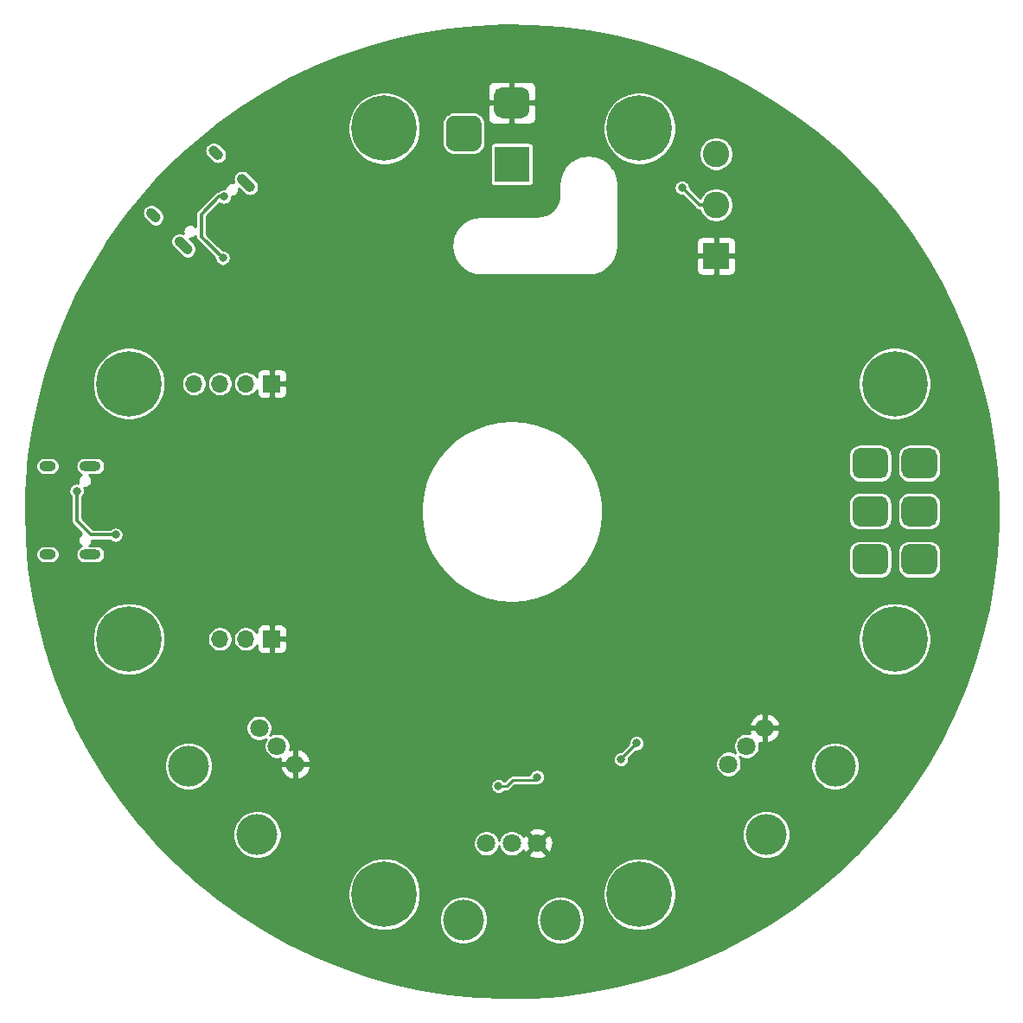
<source format=gbr>
%TF.GenerationSoftware,KiCad,Pcbnew,5.1.9+dfsg1-1+deb11u1*%
%TF.CreationDate,2023-04-19T11:31:32+02:00*%
%TF.ProjectId,base,62617365-2e6b-4696-9361-645f70636258,rev?*%
%TF.SameCoordinates,Original*%
%TF.FileFunction,Copper,L2,Bot*%
%TF.FilePolarity,Positive*%
%FSLAX46Y46*%
G04 Gerber Fmt 4.6, Leading zero omitted, Abs format (unit mm)*
G04 Created by KiCad (PCBNEW 5.1.9+dfsg1-1+deb11u1) date 2023-04-19 11:31:32*
%MOMM*%
%LPD*%
G01*
G04 APERTURE LIST*
%TA.AperFunction,ComponentPad*%
%ADD10R,1.700000X1.700000*%
%TD*%
%TA.AperFunction,ComponentPad*%
%ADD11O,1.700000X1.700000*%
%TD*%
%TA.AperFunction,WasherPad*%
%ADD12C,4.000000*%
%TD*%
%TA.AperFunction,ComponentPad*%
%ADD13C,1.800000*%
%TD*%
%TA.AperFunction,ComponentPad*%
%ADD14C,2.600000*%
%TD*%
%TA.AperFunction,ComponentPad*%
%ADD15R,2.600000X2.600000*%
%TD*%
%TA.AperFunction,ComponentPad*%
%ADD16R,3.500000X3.500000*%
%TD*%
%TA.AperFunction,ComponentPad*%
%ADD17C,0.800000*%
%TD*%
%TA.AperFunction,ComponentPad*%
%ADD18C,6.400000*%
%TD*%
%TA.AperFunction,ComponentPad*%
%ADD19O,1.600000X1.000000*%
%TD*%
%TA.AperFunction,ComponentPad*%
%ADD20O,2.100000X1.000000*%
%TD*%
%TA.AperFunction,ViaPad*%
%ADD21C,0.800000*%
%TD*%
%TA.AperFunction,Conductor*%
%ADD22C,0.350000*%
%TD*%
%TA.AperFunction,Conductor*%
%ADD23C,0.250000*%
%TD*%
%TA.AperFunction,Conductor*%
%ADD24C,0.254000*%
%TD*%
%TA.AperFunction,Conductor*%
%ADD25C,0.100000*%
%TD*%
G04 APERTURE END LIST*
D10*
%TO.P,J6,1*%
%TO.N,GND*%
X-23500000Y-12500000D03*
D11*
%TO.P,J6,2*%
%TO.N,UART1_RX*%
X-26040000Y-12500000D03*
%TO.P,J6,3*%
%TO.N,UART1_TX*%
X-28580000Y-12500000D03*
%TD*%
D12*
%TO.P,RV3,*%
%TO.N,*%
X24925514Y-31643028D03*
X31643028Y-24925514D03*
D13*
%TO.P,RV3,1*%
%TO.N,Net-(R3-Pad2)*%
X21213203Y-24748737D03*
%TO.P,RV3,2*%
%TO.N,POT2*%
X22980970Y-22980970D03*
%TO.P,RV3,3*%
%TO.N,GND*%
X24748737Y-21213203D03*
%TD*%
D12*
%TO.P,RV2,*%
%TO.N,*%
X-4750000Y-40000000D03*
X4750000Y-40000000D03*
D13*
%TO.P,RV2,1*%
%TO.N,Net-(R2-Pad2)*%
X-2500000Y-32500000D03*
%TO.P,RV2,2*%
%TO.N,POT1*%
X0Y-32500000D03*
%TO.P,RV2,3*%
%TO.N,GND*%
X2500000Y-32500000D03*
%TD*%
D12*
%TO.P,RV1,*%
%TO.N,*%
X-31643028Y-24925514D03*
X-24925514Y-31643028D03*
D13*
%TO.P,RV1,1*%
%TO.N,Net-(R1-Pad2)*%
X-24748737Y-21213203D03*
%TO.P,RV1,2*%
%TO.N,POT0*%
X-22980970Y-22980970D03*
%TO.P,RV1,3*%
%TO.N,GND*%
X-21213203Y-24748737D03*
%TD*%
D14*
%TO.P,J3,3*%
%TO.N,DATA_IN*%
X20000000Y35000000D03*
%TO.P,J3,2*%
%TO.N,VIN*%
X20000000Y30000000D03*
D15*
%TO.P,J3,1*%
%TO.N,GND*%
X20000000Y25000000D03*
%TD*%
D10*
%TO.P,J5,1*%
%TO.N,GND*%
X-23500000Y12500000D03*
D11*
%TO.P,J5,2*%
%TO.N,UPDI_RX*%
X-26040000Y12500000D03*
%TO.P,J5,3*%
%TO.N,UPDI_TX*%
X-28580000Y12500000D03*
%TO.P,J5,4*%
%TO.N,VUSB*%
X-31120000Y12500000D03*
%TD*%
D16*
%TO.P,J2,1*%
%TO.N,V_PSU*%
X0Y34000000D03*
%TO.P,J2,2*%
%TO.N,GND*%
%TA.AperFunction,ComponentPad*%
G36*
G01*
X-1000000Y41500000D02*
X1000000Y41500000D01*
G75*
G02*
X1750000Y40750000I0J-750000D01*
G01*
X1750000Y39250000D01*
G75*
G02*
X1000000Y38500000I-750000J0D01*
G01*
X-1000000Y38500000D01*
G75*
G02*
X-1750000Y39250000I0J750000D01*
G01*
X-1750000Y40750000D01*
G75*
G02*
X-1000000Y41500000I750000J0D01*
G01*
G37*
%TD.AperFunction*%
%TO.P,J2,3*%
%TO.N,Net-(J2-Pad3)*%
%TA.AperFunction,ComponentPad*%
G36*
G01*
X-5575000Y38750000D02*
X-3825000Y38750000D01*
G75*
G02*
X-2950000Y37875000I0J-875000D01*
G01*
X-2950000Y36125000D01*
G75*
G02*
X-3825000Y35250000I-875000J0D01*
G01*
X-5575000Y35250000D01*
G75*
G02*
X-6450000Y36125000I0J875000D01*
G01*
X-6450000Y37875000D01*
G75*
G02*
X-5575000Y38750000I875000J0D01*
G01*
G37*
%TD.AperFunction*%
%TD*%
D17*
%TO.P,REF\u002A\u002A,1*%
%TO.N,N/C*%
X39197056Y-10802944D03*
X37500000Y-10100000D03*
X35802944Y-10802944D03*
X35100000Y-12500000D03*
X35802944Y-14197056D03*
X37500000Y-14900000D03*
X39197056Y-14197056D03*
X39900000Y-12500000D03*
D18*
X37500000Y-12500000D03*
%TD*%
D17*
%TO.P,REF\u002A\u002A,1*%
%TO.N,N/C*%
X-10802944Y-35802944D03*
X-12500000Y-35100000D03*
X-14197056Y-35802944D03*
X-14900000Y-37500000D03*
X-14197056Y-39197056D03*
X-12500000Y-39900000D03*
X-10802944Y-39197056D03*
X-10100000Y-37500000D03*
D18*
X-12500000Y-37500000D03*
%TD*%
D17*
%TO.P,REF\u002A\u002A,1*%
%TO.N,N/C*%
X-10802944Y39197056D03*
X-12500000Y39900000D03*
X-14197056Y39197056D03*
X-14900000Y37500000D03*
X-14197056Y35802944D03*
X-12500000Y35100000D03*
X-10802944Y35802944D03*
X-10100000Y37500000D03*
D18*
X-12500000Y37500000D03*
%TD*%
D17*
%TO.P,REF\u002A\u002A,1*%
%TO.N,N/C*%
X14197056Y39197056D03*
X12500000Y39900000D03*
X10802944Y39197056D03*
X10100000Y37500000D03*
X10802944Y35802944D03*
X12500000Y35100000D03*
X14197056Y35802944D03*
X14900000Y37500000D03*
D18*
X12500000Y37500000D03*
%TD*%
D17*
%TO.P,REF\u002A\u002A,1*%
%TO.N,N/C*%
X14197056Y-35802944D03*
X12500000Y-35100000D03*
X10802944Y-35802944D03*
X10100000Y-37500000D03*
X10802944Y-39197056D03*
X12500000Y-39900000D03*
X14197056Y-39197056D03*
X14900000Y-37500000D03*
D18*
X12500000Y-37500000D03*
%TD*%
D17*
%TO.P,REF\u002A\u002A,1*%
%TO.N,N/C*%
X-35802944Y-10802944D03*
X-37500000Y-10100000D03*
X-39197056Y-10802944D03*
X-39900000Y-12500000D03*
X-39197056Y-14197056D03*
X-37500000Y-14900000D03*
X-35802944Y-14197056D03*
X-35100000Y-12500000D03*
D18*
X-37500000Y-12500000D03*
%TD*%
D17*
%TO.P,REF\u002A\u002A,1*%
%TO.N,N/C*%
X39197056Y14197056D03*
X37500000Y14900000D03*
X35802944Y14197056D03*
X35100000Y12500000D03*
X35802944Y10802944D03*
X37500000Y10100000D03*
X39197056Y10802944D03*
X39900000Y12500000D03*
D18*
X37500000Y12500000D03*
%TD*%
D17*
%TO.P,REF\u002A\u002A,1*%
%TO.N,N/C*%
X-35802944Y14197056D03*
X-37500000Y14900000D03*
X-39197056Y14197056D03*
X-39900000Y12500000D03*
X-39197056Y10802944D03*
X-37500000Y10100000D03*
X-35802944Y10802944D03*
X-35100000Y12500000D03*
D18*
X-37500000Y12500000D03*
%TD*%
%TO.P,J1,S1*%
%TO.N,Net-(J1-PadS1)*%
%TA.AperFunction,ComponentPad*%
G36*
G01*
X-34955742Y29553446D02*
X-34531478Y29129182D01*
G75*
G02*
X-34531478Y28422076I-353553J-353553D01*
G01*
X-34531478Y28422076D01*
G75*
G02*
X-35238584Y28422076I-353553J353553D01*
G01*
X-35662848Y28846340D01*
G75*
G02*
X-35662848Y29553446I353553J353553D01*
G01*
X-35662848Y29553446D01*
G75*
G02*
X-34955742Y29553446I353553J-353553D01*
G01*
G37*
%TD.AperFunction*%
%TA.AperFunction,ComponentPad*%
G36*
G01*
X-28846340Y35662848D02*
X-28422076Y35238584D01*
G75*
G02*
X-28422076Y34531478I-353553J-353553D01*
G01*
X-28422076Y34531478D01*
G75*
G02*
X-29129182Y34531478I-353553J353553D01*
G01*
X-29553446Y34955742D01*
G75*
G02*
X-29553446Y35662848I353553J353553D01*
G01*
X-29553446Y35662848D01*
G75*
G02*
X-28846340Y35662848I353553J-353553D01*
G01*
G37*
%TD.AperFunction*%
%TA.AperFunction,ComponentPad*%
G36*
G01*
X-26067410Y32883919D02*
X-25289592Y32106101D01*
G75*
G02*
X-25289592Y31398995I-353553J-353553D01*
G01*
X-25289592Y31398995D01*
G75*
G02*
X-25996698Y31398995I-353553J353553D01*
G01*
X-26774516Y32176813D01*
G75*
G02*
X-26774516Y32883919I353553J353553D01*
G01*
X-26774516Y32883919D01*
G75*
G02*
X-26067410Y32883919I353553J-353553D01*
G01*
G37*
%TD.AperFunction*%
%TA.AperFunction,ComponentPad*%
G36*
G01*
X-32176813Y26774516D02*
X-31398995Y25996698D01*
G75*
G02*
X-31398995Y25289592I-353553J-353553D01*
G01*
X-31398995Y25289592D01*
G75*
G02*
X-32106101Y25289592I-353553J353553D01*
G01*
X-32883919Y26067410D01*
G75*
G02*
X-32883919Y26774516I353553J353553D01*
G01*
X-32883919Y26774516D01*
G75*
G02*
X-32176813Y26774516I353553J-353553D01*
G01*
G37*
%TD.AperFunction*%
%TD*%
%TO.P,SW1,3*%
%TO.N,Net-(SW1-Pad3)*%
%TA.AperFunction,ComponentPad*%
G36*
G01*
X38900000Y-3200000D02*
X40900000Y-3200000D01*
G75*
G02*
X41650000Y-3950000I0J-750000D01*
G01*
X41650000Y-5450000D01*
G75*
G02*
X40900000Y-6200000I-750000J0D01*
G01*
X38900000Y-6200000D01*
G75*
G02*
X38150000Y-5450000I0J750000D01*
G01*
X38150000Y-3950000D01*
G75*
G02*
X38900000Y-3200000I750000J0D01*
G01*
G37*
%TD.AperFunction*%
%TO.P,SW1,2*%
%TO.N,Net-(SW1-Pad2)*%
%TA.AperFunction,ComponentPad*%
G36*
G01*
X38900000Y1500000D02*
X40900000Y1500000D01*
G75*
G02*
X41650000Y750000I0J-750000D01*
G01*
X41650000Y-750000D01*
G75*
G02*
X40900000Y-1500000I-750000J0D01*
G01*
X38900000Y-1500000D01*
G75*
G02*
X38150000Y-750000I0J750000D01*
G01*
X38150000Y750000D01*
G75*
G02*
X38900000Y1500000I750000J0D01*
G01*
G37*
%TD.AperFunction*%
%TO.P,SW1,1*%
%TO.N,Net-(SW1-Pad1)*%
%TA.AperFunction,ComponentPad*%
G36*
G01*
X38900000Y6200000D02*
X40900000Y6200000D01*
G75*
G02*
X41650000Y5450000I0J-750000D01*
G01*
X41650000Y3950000D01*
G75*
G02*
X40900000Y3200000I-750000J0D01*
G01*
X38900000Y3200000D01*
G75*
G02*
X38150000Y3950000I0J750000D01*
G01*
X38150000Y5450000D01*
G75*
G02*
X38900000Y6200000I750000J0D01*
G01*
G37*
%TD.AperFunction*%
%TO.P,SW1,6*%
%TO.N,DRAIN*%
%TA.AperFunction,ComponentPad*%
G36*
G01*
X34100000Y-3200000D02*
X36100000Y-3200000D01*
G75*
G02*
X36850000Y-3950000I0J-750000D01*
G01*
X36850000Y-5450000D01*
G75*
G02*
X36100000Y-6200000I-750000J0D01*
G01*
X34100000Y-6200000D01*
G75*
G02*
X33350000Y-5450000I0J750000D01*
G01*
X33350000Y-3950000D01*
G75*
G02*
X34100000Y-3200000I750000J0D01*
G01*
G37*
%TD.AperFunction*%
%TO.P,SW1,5*%
%TO.N,VIN*%
%TA.AperFunction,ComponentPad*%
G36*
G01*
X34100000Y1500000D02*
X36100000Y1500000D01*
G75*
G02*
X36850000Y750000I0J-750000D01*
G01*
X36850000Y-750000D01*
G75*
G02*
X36100000Y-1500000I-750000J0D01*
G01*
X34100000Y-1500000D01*
G75*
G02*
X33350000Y-750000I0J750000D01*
G01*
X33350000Y750000D01*
G75*
G02*
X34100000Y1500000I750000J0D01*
G01*
G37*
%TD.AperFunction*%
%TO.P,SW1,4*%
%TO.N,V_PSU*%
%TA.AperFunction,ComponentPad*%
G36*
G01*
X34100000Y6200000D02*
X36100000Y6200000D01*
G75*
G02*
X36850000Y5450000I0J-750000D01*
G01*
X36850000Y3950000D01*
G75*
G02*
X36100000Y3200000I-750000J0D01*
G01*
X34100000Y3200000D01*
G75*
G02*
X33350000Y3950000I0J750000D01*
G01*
X33350000Y5450000D01*
G75*
G02*
X34100000Y6200000I750000J0D01*
G01*
G37*
%TD.AperFunction*%
%TD*%
D19*
%TO.P,J4,S1*%
%TO.N,Net-(J4-PadS1)*%
X-45450000Y-4220000D03*
X-45450000Y4420000D03*
D20*
X-41270000Y4420000D03*
X-41270000Y-4220000D03*
%TD*%
D21*
%TO.N,VIN*%
X16660000Y31700000D03*
%TO.N,GND*%
X-2475000Y-25974984D03*
X-800000Y-25700000D03*
X900000Y-27400000D03*
X800000Y-25500000D03*
X3500000Y-27100000D03*
X4500000Y-23400000D03*
X10000000Y-23200000D03*
X11700000Y-25000000D03*
X12300000Y-21300000D03*
X-23500000Y-5300000D03*
X-20300000Y-14100000D03*
X10900000Y-14000000D03*
X9000000Y-12600000D03*
X5300000Y-12700000D03*
X8300000Y-6900000D03*
X28800000Y1000000D03*
X9200000Y19600000D03*
X11100000Y17900000D03*
X19000000Y15400000D03*
X15000000Y19800000D03*
X15000000Y13400000D03*
X17000000Y30000000D03*
X24500000Y21400000D03*
X26700000Y13700000D03*
X34000000Y7500000D03*
X34000000Y19000000D03*
X36000000Y26000000D03*
X24000000Y40000000D03*
X3800000Y33800000D03*
X10610000Y33610000D03*
X12800000Y30600000D03*
X12800000Y28200000D03*
X-6500000Y31070000D03*
X-8470000Y23660000D03*
X-26100000Y15500000D03*
X-24200000Y17300000D03*
X12000000Y-6600000D03*
X30900000Y-1300000D03*
X23700000Y-1300000D03*
X22700000Y1300000D03*
X-19940000Y15400000D03*
X-11500000Y-18300000D03*
X-11900000Y-23000000D03*
X-4400000Y-23200000D03*
X-24900000Y-3400000D03*
X-6700000Y-28500000D03*
X-17700000Y-10600000D03*
X-22700000Y20800000D03*
X-16800000Y16400000D03*
X-16300000Y18900000D03*
X-14900000Y13100000D03*
X-13300000Y13100000D03*
X-13100000Y-12000000D03*
X-14900000Y-12900000D03*
X-6500000Y-18800000D03*
X-8200000Y-19600000D03*
X8400000Y38900000D03*
X6400000Y43800000D03*
X3400000Y40800000D03*
X16000000Y32700000D03*
X16920000Y23860000D03*
X16900000Y26060000D03*
X33200000Y-8700000D03*
X30800000Y-8700000D03*
X-27300000Y1300000D03*
X-31000000Y-5300000D03*
%TO.N,3V3*%
X2475000Y-26025000D03*
X-1300000Y-26900000D03*
X10700000Y-24300000D03*
X12200000Y-22700000D03*
%TO.N,VUSB*%
X-28300000Y24800000D03*
X-28200000Y30800000D03*
%TO.N,VUSB2*%
X-42600000Y2000000D03*
X-38800000Y-2300000D03*
%TD*%
D22*
%TO.N,VIN*%
X18360000Y30000000D02*
X16660000Y31700000D01*
X20000000Y30000000D02*
X18360000Y30000000D01*
D23*
%TO.N,3V3*%
X-500000Y-26900000D02*
X-1300000Y-26900000D01*
X100000Y-26300000D02*
X-500000Y-26900000D01*
X2200000Y-26300000D02*
X100000Y-26300000D01*
X2475000Y-26025000D02*
X2200000Y-26300000D01*
X10700000Y-24200000D02*
X12200000Y-22700000D01*
X10700000Y-24300000D02*
X10700000Y-24200000D01*
D22*
%TO.N,VUSB*%
X-28300000Y24800000D02*
X-30400000Y26900000D01*
X-30400000Y26900000D02*
X-30400000Y29100000D01*
X-28700000Y30800000D02*
X-28200000Y30800000D01*
X-30400000Y29100000D02*
X-28700000Y30800000D01*
%TO.N,VUSB2*%
X-42600000Y2000000D02*
X-42600000Y-900000D01*
X-41200000Y-2300000D02*
X-38800000Y-2300000D01*
X-42600000Y-900000D02*
X-41200000Y-2300000D01*
%TD*%
D24*
%TO.N,GND*%
X2056987Y47549528D02*
X4792993Y47352044D01*
X7513077Y46997261D01*
X10208204Y46486357D01*
X12869420Y45821031D01*
X15487885Y45003492D01*
X18054901Y44036455D01*
X20561940Y42923134D01*
X23000675Y41667227D01*
X25363003Y40272905D01*
X27641079Y38744801D01*
X29827333Y37087991D01*
X31914504Y35307977D01*
X33895658Y33410675D01*
X35764214Y31402385D01*
X37513966Y29289780D01*
X39139099Y27079877D01*
X40634217Y24780018D01*
X41994351Y22397842D01*
X43214985Y19941262D01*
X44292062Y17418440D01*
X45222006Y14837755D01*
X46001727Y12207781D01*
X46628635Y9537253D01*
X47100648Y6835044D01*
X47416196Y4110130D01*
X47574233Y1371562D01*
X47574233Y-1371562D01*
X47416196Y-4110130D01*
X47100648Y-6835044D01*
X46628635Y-9537253D01*
X46001727Y-12207781D01*
X45222006Y-14837755D01*
X44292062Y-17418440D01*
X43214985Y-19941262D01*
X41994351Y-22397842D01*
X40634217Y-24780018D01*
X39139099Y-27079877D01*
X37513966Y-29289780D01*
X35764214Y-31402385D01*
X33895658Y-33410675D01*
X31914504Y-35307977D01*
X29827333Y-37087991D01*
X27641079Y-38744801D01*
X25363003Y-40272905D01*
X23000675Y-41667227D01*
X20561940Y-42923134D01*
X18054901Y-44036455D01*
X15487885Y-45003492D01*
X12869420Y-45821031D01*
X10208204Y-46486357D01*
X7513077Y-46997261D01*
X4792993Y-47352044D01*
X2056987Y-47549528D01*
X-685852Y-47589058D01*
X-3426413Y-47470502D01*
X-6155592Y-47194253D01*
X-8864322Y-46761230D01*
X-11543606Y-46172871D01*
X-14184544Y-45431130D01*
X-16778361Y-44538471D01*
X-19316443Y-43497861D01*
X-21790357Y-42312754D01*
X-24191886Y-40987089D01*
X-26513052Y-39525269D01*
X-28746145Y-37932150D01*
X-29722042Y-37147302D01*
X-16081000Y-37147302D01*
X-16081000Y-37852698D01*
X-15943384Y-38544539D01*
X-15673441Y-39196240D01*
X-15281544Y-39782754D01*
X-14782754Y-40281544D01*
X-14196240Y-40673441D01*
X-13544539Y-40943384D01*
X-12852698Y-41081000D01*
X-12147302Y-41081000D01*
X-11455461Y-40943384D01*
X-10803760Y-40673441D01*
X-10217246Y-40281544D01*
X-9718456Y-39782754D01*
X-9706922Y-39765492D01*
X-7131000Y-39765492D01*
X-7131000Y-40234508D01*
X-7039500Y-40694512D01*
X-6860015Y-41127827D01*
X-6599444Y-41517799D01*
X-6267799Y-41849444D01*
X-5877827Y-42110015D01*
X-5444512Y-42289500D01*
X-4984508Y-42381000D01*
X-4515492Y-42381000D01*
X-4055488Y-42289500D01*
X-3622173Y-42110015D01*
X-3232201Y-41849444D01*
X-2900556Y-41517799D01*
X-2639985Y-41127827D01*
X-2460500Y-40694512D01*
X-2369000Y-40234508D01*
X-2369000Y-39765492D01*
X2369000Y-39765492D01*
X2369000Y-40234508D01*
X2460500Y-40694512D01*
X2639985Y-41127827D01*
X2900556Y-41517799D01*
X3232201Y-41849444D01*
X3622173Y-42110015D01*
X4055488Y-42289500D01*
X4515492Y-42381000D01*
X4984508Y-42381000D01*
X5444512Y-42289500D01*
X5877827Y-42110015D01*
X6267799Y-41849444D01*
X6599444Y-41517799D01*
X6860015Y-41127827D01*
X7039500Y-40694512D01*
X7131000Y-40234508D01*
X7131000Y-39765492D01*
X7039500Y-39305488D01*
X6860015Y-38872173D01*
X6599444Y-38482201D01*
X6267799Y-38150556D01*
X5877827Y-37889985D01*
X5444512Y-37710500D01*
X4984508Y-37619000D01*
X4515492Y-37619000D01*
X4055488Y-37710500D01*
X3622173Y-37889985D01*
X3232201Y-38150556D01*
X2900556Y-38482201D01*
X2639985Y-38872173D01*
X2460500Y-39305488D01*
X2369000Y-39765492D01*
X-2369000Y-39765492D01*
X-2460500Y-39305488D01*
X-2639985Y-38872173D01*
X-2900556Y-38482201D01*
X-3232201Y-38150556D01*
X-3622173Y-37889985D01*
X-4055488Y-37710500D01*
X-4515492Y-37619000D01*
X-4984508Y-37619000D01*
X-5444512Y-37710500D01*
X-5877827Y-37889985D01*
X-6267799Y-38150556D01*
X-6599444Y-38482201D01*
X-6860015Y-38872173D01*
X-7039500Y-39305488D01*
X-7131000Y-39765492D01*
X-9706922Y-39765492D01*
X-9326559Y-39196240D01*
X-9056616Y-38544539D01*
X-8919000Y-37852698D01*
X-8919000Y-37147302D01*
X8919000Y-37147302D01*
X8919000Y-37852698D01*
X9056616Y-38544539D01*
X9326559Y-39196240D01*
X9718456Y-39782754D01*
X10217246Y-40281544D01*
X10803760Y-40673441D01*
X11455461Y-40943384D01*
X12147302Y-41081000D01*
X12852698Y-41081000D01*
X13544539Y-40943384D01*
X14196240Y-40673441D01*
X14782754Y-40281544D01*
X15281544Y-39782754D01*
X15673441Y-39196240D01*
X15943384Y-38544539D01*
X16081000Y-37852698D01*
X16081000Y-37147302D01*
X15943384Y-36455461D01*
X15673441Y-35803760D01*
X15281544Y-35217246D01*
X14782754Y-34718456D01*
X14196240Y-34326559D01*
X13544539Y-34056616D01*
X12852698Y-33919000D01*
X12147302Y-33919000D01*
X11455461Y-34056616D01*
X10803760Y-34326559D01*
X10217246Y-34718456D01*
X9718456Y-35217246D01*
X9326559Y-35803760D01*
X9056616Y-36455461D01*
X8919000Y-37147302D01*
X-8919000Y-37147302D01*
X-9056616Y-36455461D01*
X-9326559Y-35803760D01*
X-9718456Y-35217246D01*
X-10217246Y-34718456D01*
X-10803760Y-34326559D01*
X-11455461Y-34056616D01*
X-12147302Y-33919000D01*
X-12852698Y-33919000D01*
X-13544539Y-34056616D01*
X-14196240Y-34326559D01*
X-14782754Y-34718456D01*
X-15281544Y-35217246D01*
X-15673441Y-35803760D01*
X-15943384Y-36455461D01*
X-16081000Y-37147302D01*
X-29722042Y-37147302D01*
X-30883745Y-36213024D01*
X-32918753Y-34373602D01*
X-34844408Y-32419995D01*
X-35732522Y-31408520D01*
X-27306514Y-31408520D01*
X-27306514Y-31877536D01*
X-27215014Y-32337540D01*
X-27035529Y-32770855D01*
X-26774958Y-33160827D01*
X-26443313Y-33492472D01*
X-26053341Y-33753043D01*
X-25620026Y-33932528D01*
X-25160022Y-34024028D01*
X-24691006Y-34024028D01*
X-24231002Y-33932528D01*
X-23797687Y-33753043D01*
X-23407715Y-33492472D01*
X-23076070Y-33160827D01*
X-22815499Y-32770855D01*
X-22651048Y-32373833D01*
X-3781000Y-32373833D01*
X-3781000Y-32626167D01*
X-3731772Y-32873654D01*
X-3635207Y-33106781D01*
X-3495018Y-33316590D01*
X-3316590Y-33495018D01*
X-3106781Y-33635207D01*
X-2873654Y-33731772D01*
X-2626167Y-33781000D01*
X-2373833Y-33781000D01*
X-2126346Y-33731772D01*
X-1893219Y-33635207D01*
X-1683410Y-33495018D01*
X-1504982Y-33316590D01*
X-1364793Y-33106781D01*
X-1268228Y-32873654D01*
X-1250000Y-32782015D01*
X-1231772Y-32873654D01*
X-1135207Y-33106781D01*
X-995018Y-33316590D01*
X-816590Y-33495018D01*
X-606781Y-33635207D01*
X-373654Y-33731772D01*
X-126167Y-33781000D01*
X126167Y-33781000D01*
X373654Y-33731772D01*
X606781Y-33635207D01*
X713230Y-33564080D01*
X1615525Y-33564080D01*
X1699208Y-33818261D01*
X1971775Y-33949158D01*
X2264642Y-34024365D01*
X2566553Y-34040991D01*
X2865907Y-33998397D01*
X3151199Y-33898222D01*
X3300792Y-33818261D01*
X3384475Y-33564080D01*
X2500000Y-32679605D01*
X1615525Y-33564080D01*
X713230Y-33564080D01*
X816590Y-33495018D01*
X995018Y-33316590D01*
X1103445Y-33154317D01*
X1181739Y-33300792D01*
X1435920Y-33384475D01*
X2320395Y-32500000D01*
X2679605Y-32500000D01*
X3564080Y-33384475D01*
X3818261Y-33300792D01*
X3949158Y-33028225D01*
X4024365Y-32735358D01*
X4040991Y-32433447D01*
X3998397Y-32134093D01*
X3898222Y-31848801D01*
X3818261Y-31699208D01*
X3564080Y-31615525D01*
X2679605Y-32500000D01*
X2320395Y-32500000D01*
X1435920Y-31615525D01*
X1181739Y-31699208D01*
X1108071Y-31852607D01*
X995018Y-31683410D01*
X816590Y-31504982D01*
X713231Y-31435920D01*
X1615525Y-31435920D01*
X2500000Y-32320395D01*
X3384475Y-31435920D01*
X3375455Y-31408520D01*
X22544514Y-31408520D01*
X22544514Y-31877536D01*
X22636014Y-32337540D01*
X22815499Y-32770855D01*
X23076070Y-33160827D01*
X23407715Y-33492472D01*
X23797687Y-33753043D01*
X24231002Y-33932528D01*
X24691006Y-34024028D01*
X25160022Y-34024028D01*
X25620026Y-33932528D01*
X26053341Y-33753043D01*
X26443313Y-33492472D01*
X26774958Y-33160827D01*
X27035529Y-32770855D01*
X27215014Y-32337540D01*
X27306514Y-31877536D01*
X27306514Y-31408520D01*
X27215014Y-30948516D01*
X27035529Y-30515201D01*
X26774958Y-30125229D01*
X26443313Y-29793584D01*
X26053341Y-29533013D01*
X25620026Y-29353528D01*
X25160022Y-29262028D01*
X24691006Y-29262028D01*
X24231002Y-29353528D01*
X23797687Y-29533013D01*
X23407715Y-29793584D01*
X23076070Y-30125229D01*
X22815499Y-30515201D01*
X22636014Y-30948516D01*
X22544514Y-31408520D01*
X3375455Y-31408520D01*
X3300792Y-31181739D01*
X3028225Y-31050842D01*
X2735358Y-30975635D01*
X2433447Y-30959009D01*
X2134093Y-31001603D01*
X1848801Y-31101778D01*
X1699208Y-31181739D01*
X1615525Y-31435920D01*
X713231Y-31435920D01*
X606781Y-31364793D01*
X373654Y-31268228D01*
X126167Y-31219000D01*
X-126167Y-31219000D01*
X-373654Y-31268228D01*
X-606781Y-31364793D01*
X-816590Y-31504982D01*
X-995018Y-31683410D01*
X-1135207Y-31893219D01*
X-1231772Y-32126346D01*
X-1250000Y-32217985D01*
X-1268228Y-32126346D01*
X-1364793Y-31893219D01*
X-1504982Y-31683410D01*
X-1683410Y-31504982D01*
X-1893219Y-31364793D01*
X-2126346Y-31268228D01*
X-2373833Y-31219000D01*
X-2626167Y-31219000D01*
X-2873654Y-31268228D01*
X-3106781Y-31364793D01*
X-3316590Y-31504982D01*
X-3495018Y-31683410D01*
X-3635207Y-31893219D01*
X-3731772Y-32126346D01*
X-3781000Y-32373833D01*
X-22651048Y-32373833D01*
X-22636014Y-32337540D01*
X-22544514Y-31877536D01*
X-22544514Y-31408520D01*
X-22636014Y-30948516D01*
X-22815499Y-30515201D01*
X-23076070Y-30125229D01*
X-23407715Y-29793584D01*
X-23797687Y-29533013D01*
X-24231002Y-29353528D01*
X-24691006Y-29262028D01*
X-25160022Y-29262028D01*
X-25620026Y-29353528D01*
X-26053341Y-29533013D01*
X-26443313Y-29793584D01*
X-26774958Y-30125229D01*
X-27035529Y-30515201D01*
X-27215014Y-30948516D01*
X-27306514Y-31408520D01*
X-35732522Y-31408520D01*
X-36654313Y-30358691D01*
X-38342457Y-28196539D01*
X-39903231Y-25940721D01*
X-40665346Y-24691006D01*
X-34024028Y-24691006D01*
X-34024028Y-25160022D01*
X-33932528Y-25620026D01*
X-33753043Y-26053341D01*
X-33492472Y-26443313D01*
X-33160827Y-26774958D01*
X-32770855Y-27035529D01*
X-32337540Y-27215014D01*
X-31877536Y-27306514D01*
X-31408520Y-27306514D01*
X-30948516Y-27215014D01*
X-30515201Y-27035529D01*
X-30197246Y-26823078D01*
X-2081000Y-26823078D01*
X-2081000Y-26976922D01*
X-2050987Y-27127809D01*
X-1992113Y-27269942D01*
X-1906642Y-27397859D01*
X-1797859Y-27506642D01*
X-1669942Y-27592113D01*
X-1527809Y-27650987D01*
X-1376922Y-27681000D01*
X-1223078Y-27681000D01*
X-1072191Y-27650987D01*
X-930058Y-27592113D01*
X-802141Y-27506642D01*
X-701499Y-27406000D01*
X-524846Y-27406000D01*
X-500000Y-27408447D01*
X-475154Y-27406000D01*
X-475146Y-27406000D01*
X-400807Y-27398678D01*
X-305425Y-27369745D01*
X-217521Y-27322759D01*
X-140473Y-27259527D01*
X-124624Y-27240215D01*
X309592Y-26806000D01*
X2175154Y-26806000D01*
X2200000Y-26808447D01*
X2224846Y-26806000D01*
X2224854Y-26806000D01*
X2299193Y-26798678D01*
X2323777Y-26791221D01*
X2398078Y-26806000D01*
X2551922Y-26806000D01*
X2702809Y-26775987D01*
X2844942Y-26717113D01*
X2972859Y-26631642D01*
X3081642Y-26522859D01*
X3167113Y-26394942D01*
X3225987Y-26252809D01*
X3256000Y-26101922D01*
X3256000Y-25948078D01*
X3225987Y-25797191D01*
X3167113Y-25655058D01*
X3081642Y-25527141D01*
X2972859Y-25418358D01*
X2844942Y-25332887D01*
X2702809Y-25274013D01*
X2551922Y-25244000D01*
X2398078Y-25244000D01*
X2247191Y-25274013D01*
X2105058Y-25332887D01*
X1977141Y-25418358D01*
X1868358Y-25527141D01*
X1782887Y-25655058D01*
X1725335Y-25794000D01*
X124845Y-25794000D01*
X99999Y-25791553D01*
X75153Y-25794000D01*
X75146Y-25794000D01*
X10694Y-25800348D01*
X806Y-25801322D01*
X-94575Y-25830255D01*
X-182479Y-25877241D01*
X-259527Y-25940473D01*
X-275371Y-25959779D01*
X-705545Y-26389954D01*
X-802141Y-26293358D01*
X-930058Y-26207887D01*
X-1072191Y-26149013D01*
X-1223078Y-26119000D01*
X-1376922Y-26119000D01*
X-1527809Y-26149013D01*
X-1669942Y-26207887D01*
X-1797859Y-26293358D01*
X-1906642Y-26402141D01*
X-1992113Y-26530058D01*
X-2050987Y-26672191D01*
X-2081000Y-26823078D01*
X-30197246Y-26823078D01*
X-30125229Y-26774958D01*
X-29793584Y-26443313D01*
X-29533013Y-26053341D01*
X-29353528Y-25620026D01*
X-29262028Y-25160022D01*
X-29262028Y-25114643D01*
X-22711600Y-25114643D01*
X-22611424Y-25399935D01*
X-22457515Y-25660202D01*
X-22255788Y-25885442D01*
X-22013995Y-26066999D01*
X-21741428Y-26197896D01*
X-21579109Y-26247134D01*
X-21340203Y-26126573D01*
X-21340203Y-24875737D01*
X-21086203Y-24875737D01*
X-21086203Y-26126573D01*
X-20847297Y-26247134D01*
X-20562005Y-26146958D01*
X-20301738Y-25993049D01*
X-20076498Y-25791322D01*
X-19894941Y-25549529D01*
X-19764044Y-25276962D01*
X-19714806Y-25114643D01*
X-19835367Y-24875737D01*
X-21086203Y-24875737D01*
X-21340203Y-24875737D01*
X-22591039Y-24875737D01*
X-22711600Y-25114643D01*
X-29262028Y-25114643D01*
X-29262028Y-24691006D01*
X-29353528Y-24231002D01*
X-29533013Y-23797687D01*
X-29793584Y-23407715D01*
X-30125229Y-23076070D01*
X-30515201Y-22815499D01*
X-30948516Y-22636014D01*
X-31408520Y-22544514D01*
X-31877536Y-22544514D01*
X-32337540Y-22636014D01*
X-32770855Y-22815499D01*
X-33160827Y-23076070D01*
X-33492472Y-23407715D01*
X-33753043Y-23797687D01*
X-33932528Y-24231002D01*
X-34024028Y-24691006D01*
X-40665346Y-24691006D01*
X-41331450Y-23598731D01*
X-42622370Y-21178348D01*
X-42664505Y-21087036D01*
X-26029737Y-21087036D01*
X-26029737Y-21339370D01*
X-25980509Y-21586857D01*
X-25883944Y-21819984D01*
X-25743755Y-22029793D01*
X-25565327Y-22208221D01*
X-25355518Y-22348410D01*
X-25122391Y-22444975D01*
X-24874904Y-22494203D01*
X-24622570Y-22494203D01*
X-24375083Y-22444975D01*
X-24141956Y-22348410D01*
X-24064268Y-22296501D01*
X-24116177Y-22374189D01*
X-24212742Y-22607316D01*
X-24261970Y-22854803D01*
X-24261970Y-23107137D01*
X-24212742Y-23354624D01*
X-24116177Y-23587751D01*
X-23975988Y-23797560D01*
X-23797560Y-23975988D01*
X-23587751Y-24116177D01*
X-23354624Y-24212742D01*
X-23107137Y-24261970D01*
X-22854803Y-24261970D01*
X-22663388Y-24223895D01*
X-22711600Y-24382831D01*
X-22591039Y-24621737D01*
X-21519811Y-24621737D01*
X-21406952Y-24734596D01*
X-21227344Y-24554988D01*
X-21340203Y-24442129D01*
X-21340203Y-23370901D01*
X-21086203Y-23370901D01*
X-21086203Y-24621737D01*
X-19835367Y-24621737D01*
X-19714806Y-24382831D01*
X-19770900Y-24223078D01*
X9919000Y-24223078D01*
X9919000Y-24376922D01*
X9949013Y-24527809D01*
X10007887Y-24669942D01*
X10093358Y-24797859D01*
X10202141Y-24906642D01*
X10330058Y-24992113D01*
X10472191Y-25050987D01*
X10623078Y-25081000D01*
X10776922Y-25081000D01*
X10927809Y-25050987D01*
X11069942Y-24992113D01*
X11197859Y-24906642D01*
X11306642Y-24797859D01*
X11392113Y-24669942D01*
X11411735Y-24622570D01*
X19932203Y-24622570D01*
X19932203Y-24874904D01*
X19981431Y-25122391D01*
X20077996Y-25355518D01*
X20218185Y-25565327D01*
X20396613Y-25743755D01*
X20606422Y-25883944D01*
X20839549Y-25980509D01*
X21087036Y-26029737D01*
X21339370Y-26029737D01*
X21586857Y-25980509D01*
X21819984Y-25883944D01*
X22029793Y-25743755D01*
X22208221Y-25565327D01*
X22348410Y-25355518D01*
X22444975Y-25122391D01*
X22494203Y-24874904D01*
X22494203Y-24691006D01*
X29262028Y-24691006D01*
X29262028Y-25160022D01*
X29353528Y-25620026D01*
X29533013Y-26053341D01*
X29793584Y-26443313D01*
X30125229Y-26774958D01*
X30515201Y-27035529D01*
X30948516Y-27215014D01*
X31408520Y-27306514D01*
X31877536Y-27306514D01*
X32337540Y-27215014D01*
X32770855Y-27035529D01*
X33160827Y-26774958D01*
X33492472Y-26443313D01*
X33753043Y-26053341D01*
X33932528Y-25620026D01*
X34024028Y-25160022D01*
X34024028Y-24691006D01*
X33932528Y-24231002D01*
X33753043Y-23797687D01*
X33492472Y-23407715D01*
X33160827Y-23076070D01*
X32770855Y-22815499D01*
X32337540Y-22636014D01*
X31877536Y-22544514D01*
X31408520Y-22544514D01*
X30948516Y-22636014D01*
X30515201Y-22815499D01*
X30125229Y-23076070D01*
X29793584Y-23407715D01*
X29533013Y-23797687D01*
X29353528Y-24231002D01*
X29262028Y-24691006D01*
X22494203Y-24691006D01*
X22494203Y-24622570D01*
X22444975Y-24375083D01*
X22348410Y-24141956D01*
X22296501Y-24064268D01*
X22374189Y-24116177D01*
X22607316Y-24212742D01*
X22854803Y-24261970D01*
X23107137Y-24261970D01*
X23354624Y-24212742D01*
X23587751Y-24116177D01*
X23797560Y-23975988D01*
X23975988Y-23797560D01*
X24116177Y-23587751D01*
X24212742Y-23354624D01*
X24261970Y-23107137D01*
X24261970Y-22854803D01*
X24223895Y-22663388D01*
X24382831Y-22711600D01*
X24621737Y-22591039D01*
X24621737Y-21519811D01*
X24734596Y-21406952D01*
X24667847Y-21340203D01*
X24875737Y-21340203D01*
X24875737Y-22591039D01*
X25114643Y-22711600D01*
X25399935Y-22611424D01*
X25660202Y-22457515D01*
X25885442Y-22255788D01*
X26066999Y-22013995D01*
X26197896Y-21741428D01*
X26247134Y-21579109D01*
X26126573Y-21340203D01*
X24875737Y-21340203D01*
X24667847Y-21340203D01*
X24554988Y-21227344D01*
X24442129Y-21340203D01*
X23370901Y-21340203D01*
X23250340Y-21579109D01*
X23306718Y-21739669D01*
X23107137Y-21699970D01*
X22854803Y-21699970D01*
X22607316Y-21749198D01*
X22374189Y-21845763D01*
X22164380Y-21985952D01*
X21985952Y-22164380D01*
X21845763Y-22374189D01*
X21749198Y-22607316D01*
X21699970Y-22854803D01*
X21699970Y-23107137D01*
X21749198Y-23354624D01*
X21845763Y-23587751D01*
X21897672Y-23665439D01*
X21819984Y-23613530D01*
X21586857Y-23516965D01*
X21339370Y-23467737D01*
X21087036Y-23467737D01*
X20839549Y-23516965D01*
X20606422Y-23613530D01*
X20396613Y-23753719D01*
X20218185Y-23932147D01*
X20077996Y-24141956D01*
X19981431Y-24375083D01*
X19932203Y-24622570D01*
X11411735Y-24622570D01*
X11450987Y-24527809D01*
X11481000Y-24376922D01*
X11481000Y-24223078D01*
X11466319Y-24149272D01*
X12134592Y-23481000D01*
X12276922Y-23481000D01*
X12427809Y-23450987D01*
X12569942Y-23392113D01*
X12697859Y-23306642D01*
X12806642Y-23197859D01*
X12892113Y-23069942D01*
X12950987Y-22927809D01*
X12981000Y-22776922D01*
X12981000Y-22623078D01*
X12950987Y-22472191D01*
X12892113Y-22330058D01*
X12806642Y-22202141D01*
X12697859Y-22093358D01*
X12569942Y-22007887D01*
X12427809Y-21949013D01*
X12276922Y-21919000D01*
X12123078Y-21919000D01*
X11972191Y-21949013D01*
X11830058Y-22007887D01*
X11702141Y-22093358D01*
X11593358Y-22202141D01*
X11507887Y-22330058D01*
X11449013Y-22472191D01*
X11419000Y-22623078D01*
X11419000Y-22765408D01*
X10665409Y-23519000D01*
X10623078Y-23519000D01*
X10472191Y-23549013D01*
X10330058Y-23607887D01*
X10202141Y-23693358D01*
X10093358Y-23802141D01*
X10007887Y-23930058D01*
X9949013Y-24072191D01*
X9919000Y-24223078D01*
X-19770900Y-24223078D01*
X-19814982Y-24097539D01*
X-19968891Y-23837272D01*
X-20170618Y-23612032D01*
X-20412411Y-23430475D01*
X-20684978Y-23299578D01*
X-20847297Y-23250340D01*
X-21086203Y-23370901D01*
X-21340203Y-23370901D01*
X-21579109Y-23250340D01*
X-21739669Y-23306718D01*
X-21699970Y-23107137D01*
X-21699970Y-22854803D01*
X-21749198Y-22607316D01*
X-21845763Y-22374189D01*
X-21985952Y-22164380D01*
X-22164380Y-21985952D01*
X-22374189Y-21845763D01*
X-22607316Y-21749198D01*
X-22854803Y-21699970D01*
X-23107137Y-21699970D01*
X-23354624Y-21749198D01*
X-23587751Y-21845763D01*
X-23665439Y-21897672D01*
X-23613530Y-21819984D01*
X-23516965Y-21586857D01*
X-23467737Y-21339370D01*
X-23467737Y-21087036D01*
X-23515423Y-20847297D01*
X23250340Y-20847297D01*
X23370901Y-21086203D01*
X24621737Y-21086203D01*
X24621737Y-19835367D01*
X24875737Y-19835367D01*
X24875737Y-21086203D01*
X26126573Y-21086203D01*
X26247134Y-20847297D01*
X26146958Y-20562005D01*
X25993049Y-20301738D01*
X25791322Y-20076498D01*
X25549529Y-19894941D01*
X25276962Y-19764044D01*
X25114643Y-19714806D01*
X24875737Y-19835367D01*
X24621737Y-19835367D01*
X24382831Y-19714806D01*
X24097539Y-19814982D01*
X23837272Y-19968891D01*
X23612032Y-20170618D01*
X23430475Y-20412411D01*
X23299578Y-20684978D01*
X23250340Y-20847297D01*
X-23515423Y-20847297D01*
X-23516965Y-20839549D01*
X-23613530Y-20606422D01*
X-23753719Y-20396613D01*
X-23932147Y-20218185D01*
X-24141956Y-20077996D01*
X-24375083Y-19981431D01*
X-24622570Y-19932203D01*
X-24874904Y-19932203D01*
X-25122391Y-19981431D01*
X-25355518Y-20077996D01*
X-25565327Y-20218185D01*
X-25743755Y-20396613D01*
X-25883944Y-20606422D01*
X-25980509Y-20839549D01*
X-26029737Y-21087036D01*
X-42664505Y-21087036D01*
X-43771703Y-18687612D01*
X-44775631Y-16134798D01*
X-45630818Y-13528386D01*
X-45997325Y-12147302D01*
X-41081000Y-12147302D01*
X-41081000Y-12852698D01*
X-40943384Y-13544539D01*
X-40673441Y-14196240D01*
X-40281544Y-14782754D01*
X-39782754Y-15281544D01*
X-39196240Y-15673441D01*
X-38544539Y-15943384D01*
X-37852698Y-16081000D01*
X-37147302Y-16081000D01*
X-36455461Y-15943384D01*
X-35803760Y-15673441D01*
X-35217246Y-15281544D01*
X-34718456Y-14782754D01*
X-34326559Y-14196240D01*
X-34056616Y-13544539D01*
X-33919000Y-12852698D01*
X-33919000Y-12378757D01*
X-29811000Y-12378757D01*
X-29811000Y-12621243D01*
X-29763693Y-12859069D01*
X-29670898Y-13083097D01*
X-29536180Y-13284717D01*
X-29364717Y-13456180D01*
X-29163097Y-13590898D01*
X-28939069Y-13683693D01*
X-28701243Y-13731000D01*
X-28458757Y-13731000D01*
X-28220931Y-13683693D01*
X-27996903Y-13590898D01*
X-27795283Y-13456180D01*
X-27623820Y-13284717D01*
X-27489102Y-13083097D01*
X-27396307Y-12859069D01*
X-27349000Y-12621243D01*
X-27349000Y-12378757D01*
X-27271000Y-12378757D01*
X-27271000Y-12621243D01*
X-27223693Y-12859069D01*
X-27130898Y-13083097D01*
X-26996180Y-13284717D01*
X-26824717Y-13456180D01*
X-26623097Y-13590898D01*
X-26399069Y-13683693D01*
X-26161243Y-13731000D01*
X-25918757Y-13731000D01*
X-25680931Y-13683693D01*
X-25456903Y-13590898D01*
X-25255283Y-13456180D01*
X-25083820Y-13284717D01*
X-24986927Y-13139706D01*
X-24988072Y-13350000D01*
X-24975812Y-13474482D01*
X-24939502Y-13594180D01*
X-24880537Y-13704494D01*
X-24801185Y-13801185D01*
X-24704494Y-13880537D01*
X-24594180Y-13939502D01*
X-24474482Y-13975812D01*
X-24350000Y-13988072D01*
X-23785750Y-13985000D01*
X-23627000Y-13826250D01*
X-23627000Y-12627000D01*
X-23373000Y-12627000D01*
X-23373000Y-13826250D01*
X-23214250Y-13985000D01*
X-22650000Y-13988072D01*
X-22525518Y-13975812D01*
X-22405820Y-13939502D01*
X-22295506Y-13880537D01*
X-22198815Y-13801185D01*
X-22119463Y-13704494D01*
X-22060498Y-13594180D01*
X-22024188Y-13474482D01*
X-22011928Y-13350000D01*
X-22015000Y-12785750D01*
X-22173750Y-12627000D01*
X-23373000Y-12627000D01*
X-23627000Y-12627000D01*
X-23647000Y-12627000D01*
X-23647000Y-12373000D01*
X-23627000Y-12373000D01*
X-23627000Y-11173750D01*
X-23373000Y-11173750D01*
X-23373000Y-12373000D01*
X-22173750Y-12373000D01*
X-22015000Y-12214250D01*
X-22014636Y-12147302D01*
X33919000Y-12147302D01*
X33919000Y-12852698D01*
X34056616Y-13544539D01*
X34326559Y-14196240D01*
X34718456Y-14782754D01*
X35217246Y-15281544D01*
X35803760Y-15673441D01*
X36455461Y-15943384D01*
X37147302Y-16081000D01*
X37852698Y-16081000D01*
X38544539Y-15943384D01*
X39196240Y-15673441D01*
X39782754Y-15281544D01*
X40281544Y-14782754D01*
X40673441Y-14196240D01*
X40943384Y-13544539D01*
X41081000Y-12852698D01*
X41081000Y-12147302D01*
X40943384Y-11455461D01*
X40673441Y-10803760D01*
X40281544Y-10217246D01*
X39782754Y-9718456D01*
X39196240Y-9326559D01*
X38544539Y-9056616D01*
X37852698Y-8919000D01*
X37147302Y-8919000D01*
X36455461Y-9056616D01*
X35803760Y-9326559D01*
X35217246Y-9718456D01*
X34718456Y-10217246D01*
X34326559Y-10803760D01*
X34056616Y-11455461D01*
X33919000Y-12147302D01*
X-22014636Y-12147302D01*
X-22011928Y-11650000D01*
X-22024188Y-11525518D01*
X-22060498Y-11405820D01*
X-22119463Y-11295506D01*
X-22198815Y-11198815D01*
X-22295506Y-11119463D01*
X-22405820Y-11060498D01*
X-22525518Y-11024188D01*
X-22650000Y-11011928D01*
X-23214250Y-11015000D01*
X-23373000Y-11173750D01*
X-23627000Y-11173750D01*
X-23785750Y-11015000D01*
X-24350000Y-11011928D01*
X-24474482Y-11024188D01*
X-24594180Y-11060498D01*
X-24704494Y-11119463D01*
X-24801185Y-11198815D01*
X-24880537Y-11295506D01*
X-24939502Y-11405820D01*
X-24975812Y-11525518D01*
X-24988072Y-11650000D01*
X-24986927Y-11860294D01*
X-25083820Y-11715283D01*
X-25255283Y-11543820D01*
X-25456903Y-11409102D01*
X-25680931Y-11316307D01*
X-25918757Y-11269000D01*
X-26161243Y-11269000D01*
X-26399069Y-11316307D01*
X-26623097Y-11409102D01*
X-26824717Y-11543820D01*
X-26996180Y-11715283D01*
X-27130898Y-11916903D01*
X-27223693Y-12140931D01*
X-27271000Y-12378757D01*
X-27349000Y-12378757D01*
X-27396307Y-12140931D01*
X-27489102Y-11916903D01*
X-27623820Y-11715283D01*
X-27795283Y-11543820D01*
X-27996903Y-11409102D01*
X-28220931Y-11316307D01*
X-28458757Y-11269000D01*
X-28701243Y-11269000D01*
X-28939069Y-11316307D01*
X-29163097Y-11409102D01*
X-29364717Y-11543820D01*
X-29536180Y-11715283D01*
X-29670898Y-11916903D01*
X-29763693Y-12140931D01*
X-29811000Y-12378757D01*
X-33919000Y-12378757D01*
X-33919000Y-12147302D01*
X-34056616Y-11455461D01*
X-34326559Y-10803760D01*
X-34718456Y-10217246D01*
X-35217246Y-9718456D01*
X-35803760Y-9326559D01*
X-36455461Y-9056616D01*
X-37147302Y-8919000D01*
X-37852698Y-8919000D01*
X-38544539Y-9056616D01*
X-39196240Y-9326559D01*
X-39782754Y-9718456D01*
X-40281544Y-10217246D01*
X-40673441Y-10803760D01*
X-40943384Y-11455461D01*
X-41081000Y-12147302D01*
X-45997325Y-12147302D01*
X-46334425Y-10877035D01*
X-46884114Y-8189550D01*
X-47278058Y-5474861D01*
X-47386831Y-4220000D01*
X-46635262Y-4220000D01*
X-46618252Y-4392706D01*
X-46567875Y-4558775D01*
X-46486068Y-4711825D01*
X-46375975Y-4845975D01*
X-46241825Y-4956068D01*
X-46088775Y-5037875D01*
X-45922706Y-5088252D01*
X-45793273Y-5101000D01*
X-45106727Y-5101000D01*
X-44977294Y-5088252D01*
X-44811225Y-5037875D01*
X-44658175Y-4956068D01*
X-44524025Y-4845975D01*
X-44413932Y-4711825D01*
X-44332125Y-4558775D01*
X-44281748Y-4392706D01*
X-44264738Y-4220000D01*
X-44281748Y-4047294D01*
X-44332125Y-3881225D01*
X-44413932Y-3728175D01*
X-44524025Y-3594025D01*
X-44658175Y-3483932D01*
X-44811225Y-3402125D01*
X-44977294Y-3351748D01*
X-45106727Y-3339000D01*
X-45793273Y-3339000D01*
X-45922706Y-3351748D01*
X-46088775Y-3402125D01*
X-46241825Y-3483932D01*
X-46375975Y-3594025D01*
X-46486068Y-3728175D01*
X-46567875Y-3881225D01*
X-46618252Y-4047294D01*
X-46635262Y-4220000D01*
X-47386831Y-4220000D01*
X-47514949Y-2741985D01*
X-47594000Y0D01*
X-47534123Y2076922D01*
X-43381000Y2076922D01*
X-43381000Y1923078D01*
X-43350987Y1772191D01*
X-43292113Y1630058D01*
X-43206642Y1502141D01*
X-43156000Y1451499D01*
X-43155999Y-872686D01*
X-43158689Y-900000D01*
X-43147955Y-1008994D01*
X-43116161Y-1113801D01*
X-43064533Y-1210392D01*
X-42995052Y-1295053D01*
X-42973837Y-1312464D01*
X-42125602Y-2160700D01*
X-42134416Y-2164351D01*
X-42250049Y-2241614D01*
X-42348386Y-2339951D01*
X-42425649Y-2455584D01*
X-42478869Y-2584067D01*
X-42506000Y-2720465D01*
X-42506000Y-2859535D01*
X-42478869Y-2995933D01*
X-42425649Y-3124416D01*
X-42348386Y-3240049D01*
X-42250049Y-3338386D01*
X-42155942Y-3401266D01*
X-42158775Y-3402125D01*
X-42311825Y-3483932D01*
X-42445975Y-3594025D01*
X-42556068Y-3728175D01*
X-42637875Y-3881225D01*
X-42688252Y-4047294D01*
X-42705262Y-4220000D01*
X-42688252Y-4392706D01*
X-42637875Y-4558775D01*
X-42556068Y-4711825D01*
X-42445975Y-4845975D01*
X-42311825Y-4956068D01*
X-42158775Y-5037875D01*
X-41992706Y-5088252D01*
X-41863273Y-5101000D01*
X-40676727Y-5101000D01*
X-40547294Y-5088252D01*
X-40381225Y-5037875D01*
X-40228175Y-4956068D01*
X-40094025Y-4845975D01*
X-39983932Y-4711825D01*
X-39902125Y-4558775D01*
X-39851748Y-4392706D01*
X-39834738Y-4220000D01*
X-39851748Y-4047294D01*
X-39902125Y-3881225D01*
X-39983932Y-3728175D01*
X-40094025Y-3594025D01*
X-40228175Y-3483932D01*
X-40381225Y-3402125D01*
X-40547294Y-3351748D01*
X-40676727Y-3339000D01*
X-41350870Y-3339000D01*
X-41349951Y-3338386D01*
X-41251614Y-3240049D01*
X-41174351Y-3124416D01*
X-41121131Y-2995933D01*
X-41094000Y-2859535D01*
X-41094000Y-2856000D01*
X-39348501Y-2856000D01*
X-39297859Y-2906642D01*
X-39169942Y-2992113D01*
X-39027809Y-3050987D01*
X-38876922Y-3081000D01*
X-38723078Y-3081000D01*
X-38572191Y-3050987D01*
X-38430058Y-2992113D01*
X-38302141Y-2906642D01*
X-38193358Y-2797859D01*
X-38107887Y-2669942D01*
X-38049013Y-2527809D01*
X-38019000Y-2376922D01*
X-38019000Y-2223078D01*
X-38049013Y-2072191D01*
X-38107887Y-1930058D01*
X-38193358Y-1802141D01*
X-38302141Y-1693358D01*
X-38430058Y-1607887D01*
X-38572191Y-1549013D01*
X-38723078Y-1519000D01*
X-38876922Y-1519000D01*
X-39027809Y-1549013D01*
X-39169942Y-1607887D01*
X-39297859Y-1693358D01*
X-39348501Y-1744000D01*
X-40969698Y-1744000D01*
X-42044000Y-669699D01*
X-42044000Y609132D01*
X-8905191Y609132D01*
X-8905191Y-609132D01*
X-8739305Y-1816048D01*
X-8410621Y-2989135D01*
X-7925263Y-4106541D01*
X-7292273Y-5147449D01*
X-6523442Y-6092469D01*
X-5633091Y-6923999D01*
X-4637806Y-7626548D01*
X-3556128Y-8187028D01*
X-2408206Y-8595000D01*
X-1215424Y-8842863D01*
X0Y-8926000D01*
X1215424Y-8842863D01*
X2408206Y-8595000D01*
X3556128Y-8187028D01*
X4637806Y-7626548D01*
X5633091Y-6923999D01*
X6523442Y-6092469D01*
X7292273Y-5147449D01*
X7925263Y-4106541D01*
X7993258Y-3950000D01*
X32967157Y-3950000D01*
X32967157Y-5450000D01*
X32988924Y-5671007D01*
X33053390Y-5883520D01*
X33158075Y-6079374D01*
X33298959Y-6251041D01*
X33470626Y-6391925D01*
X33666480Y-6496610D01*
X33878993Y-6561076D01*
X34100000Y-6582843D01*
X36100000Y-6582843D01*
X36321007Y-6561076D01*
X36533520Y-6496610D01*
X36729374Y-6391925D01*
X36901041Y-6251041D01*
X37041925Y-6079374D01*
X37146610Y-5883520D01*
X37211076Y-5671007D01*
X37232843Y-5450000D01*
X37232843Y-3950000D01*
X37767157Y-3950000D01*
X37767157Y-5450000D01*
X37788924Y-5671007D01*
X37853390Y-5883520D01*
X37958075Y-6079374D01*
X38098959Y-6251041D01*
X38270626Y-6391925D01*
X38466480Y-6496610D01*
X38678993Y-6561076D01*
X38900000Y-6582843D01*
X40900000Y-6582843D01*
X41121007Y-6561076D01*
X41333520Y-6496610D01*
X41529374Y-6391925D01*
X41701041Y-6251041D01*
X41841925Y-6079374D01*
X41946610Y-5883520D01*
X42011076Y-5671007D01*
X42032843Y-5450000D01*
X42032843Y-3950000D01*
X42011076Y-3728993D01*
X41946610Y-3516480D01*
X41841925Y-3320626D01*
X41701041Y-3148959D01*
X41529374Y-3008075D01*
X41333520Y-2903390D01*
X41121007Y-2838924D01*
X40900000Y-2817157D01*
X38900000Y-2817157D01*
X38678993Y-2838924D01*
X38466480Y-2903390D01*
X38270626Y-3008075D01*
X38098959Y-3148959D01*
X37958075Y-3320626D01*
X37853390Y-3516480D01*
X37788924Y-3728993D01*
X37767157Y-3950000D01*
X37232843Y-3950000D01*
X37211076Y-3728993D01*
X37146610Y-3516480D01*
X37041925Y-3320626D01*
X36901041Y-3148959D01*
X36729374Y-3008075D01*
X36533520Y-2903390D01*
X36321007Y-2838924D01*
X36100000Y-2817157D01*
X34100000Y-2817157D01*
X33878993Y-2838924D01*
X33666480Y-2903390D01*
X33470626Y-3008075D01*
X33298959Y-3148959D01*
X33158075Y-3320626D01*
X33053390Y-3516480D01*
X32988924Y-3728993D01*
X32967157Y-3950000D01*
X7993258Y-3950000D01*
X8410621Y-2989135D01*
X8739305Y-1816048D01*
X8905191Y-609132D01*
X8905191Y609132D01*
X8885830Y750000D01*
X32967157Y750000D01*
X32967157Y-750000D01*
X32988924Y-971007D01*
X33053390Y-1183520D01*
X33158075Y-1379374D01*
X33298959Y-1551041D01*
X33470626Y-1691925D01*
X33666480Y-1796610D01*
X33878993Y-1861076D01*
X34100000Y-1882843D01*
X36100000Y-1882843D01*
X36321007Y-1861076D01*
X36533520Y-1796610D01*
X36729374Y-1691925D01*
X36901041Y-1551041D01*
X37041925Y-1379374D01*
X37146610Y-1183520D01*
X37211076Y-971007D01*
X37232843Y-750000D01*
X37232843Y750000D01*
X37767157Y750000D01*
X37767157Y-750000D01*
X37788924Y-971007D01*
X37853390Y-1183520D01*
X37958075Y-1379374D01*
X38098959Y-1551041D01*
X38270626Y-1691925D01*
X38466480Y-1796610D01*
X38678993Y-1861076D01*
X38900000Y-1882843D01*
X40900000Y-1882843D01*
X41121007Y-1861076D01*
X41333520Y-1796610D01*
X41529374Y-1691925D01*
X41701041Y-1551041D01*
X41841925Y-1379374D01*
X41946610Y-1183520D01*
X42011076Y-971007D01*
X42032843Y-750000D01*
X42032843Y750000D01*
X42011076Y971007D01*
X41946610Y1183520D01*
X41841925Y1379374D01*
X41701041Y1551041D01*
X41529374Y1691925D01*
X41333520Y1796610D01*
X41121007Y1861076D01*
X40900000Y1882843D01*
X38900000Y1882843D01*
X38678993Y1861076D01*
X38466480Y1796610D01*
X38270626Y1691925D01*
X38098959Y1551041D01*
X37958075Y1379374D01*
X37853390Y1183520D01*
X37788924Y971007D01*
X37767157Y750000D01*
X37232843Y750000D01*
X37211076Y971007D01*
X37146610Y1183520D01*
X37041925Y1379374D01*
X36901041Y1551041D01*
X36729374Y1691925D01*
X36533520Y1796610D01*
X36321007Y1861076D01*
X36100000Y1882843D01*
X34100000Y1882843D01*
X33878993Y1861076D01*
X33666480Y1796610D01*
X33470626Y1691925D01*
X33298959Y1551041D01*
X33158075Y1379374D01*
X33053390Y1183520D01*
X32988924Y971007D01*
X32967157Y750000D01*
X8885830Y750000D01*
X8739305Y1816048D01*
X8410621Y2989135D01*
X7925263Y4106541D01*
X7292273Y5147449D01*
X7046130Y5450000D01*
X32967157Y5450000D01*
X32967157Y3950000D01*
X32988924Y3728993D01*
X33053390Y3516480D01*
X33158075Y3320626D01*
X33298959Y3148959D01*
X33470626Y3008075D01*
X33666480Y2903390D01*
X33878993Y2838924D01*
X34100000Y2817157D01*
X36100000Y2817157D01*
X36321007Y2838924D01*
X36533520Y2903390D01*
X36729374Y3008075D01*
X36901041Y3148959D01*
X37041925Y3320626D01*
X37146610Y3516480D01*
X37211076Y3728993D01*
X37232843Y3950000D01*
X37232843Y5450000D01*
X37767157Y5450000D01*
X37767157Y3950000D01*
X37788924Y3728993D01*
X37853390Y3516480D01*
X37958075Y3320626D01*
X38098959Y3148959D01*
X38270626Y3008075D01*
X38466480Y2903390D01*
X38678993Y2838924D01*
X38900000Y2817157D01*
X40900000Y2817157D01*
X41121007Y2838924D01*
X41333520Y2903390D01*
X41529374Y3008075D01*
X41701041Y3148959D01*
X41841925Y3320626D01*
X41946610Y3516480D01*
X42011076Y3728993D01*
X42032843Y3950000D01*
X42032843Y5450000D01*
X42011076Y5671007D01*
X41946610Y5883520D01*
X41841925Y6079374D01*
X41701041Y6251041D01*
X41529374Y6391925D01*
X41333520Y6496610D01*
X41121007Y6561076D01*
X40900000Y6582843D01*
X38900000Y6582843D01*
X38678993Y6561076D01*
X38466480Y6496610D01*
X38270626Y6391925D01*
X38098959Y6251041D01*
X37958075Y6079374D01*
X37853390Y5883520D01*
X37788924Y5671007D01*
X37767157Y5450000D01*
X37232843Y5450000D01*
X37211076Y5671007D01*
X37146610Y5883520D01*
X37041925Y6079374D01*
X36901041Y6251041D01*
X36729374Y6391925D01*
X36533520Y6496610D01*
X36321007Y6561076D01*
X36100000Y6582843D01*
X34100000Y6582843D01*
X33878993Y6561076D01*
X33666480Y6496610D01*
X33470626Y6391925D01*
X33298959Y6251041D01*
X33158075Y6079374D01*
X33053390Y5883520D01*
X32988924Y5671007D01*
X32967157Y5450000D01*
X7046130Y5450000D01*
X6523442Y6092469D01*
X5633091Y6923999D01*
X4637806Y7626548D01*
X3556128Y8187028D01*
X2408206Y8595000D01*
X1215424Y8842863D01*
X0Y8926000D01*
X-1215424Y8842863D01*
X-2408206Y8595000D01*
X-3556128Y8187028D01*
X-4637806Y7626548D01*
X-5633091Y6923999D01*
X-6523442Y6092469D01*
X-7292273Y5147449D01*
X-7925263Y4106541D01*
X-8410621Y2989135D01*
X-8739305Y1816048D01*
X-8905191Y609132D01*
X-42044000Y609132D01*
X-42044000Y1451499D01*
X-41993358Y1502141D01*
X-41907887Y1630058D01*
X-41849013Y1772191D01*
X-41819000Y1923078D01*
X-41819000Y2076922D01*
X-41849013Y2227809D01*
X-41872536Y2284597D01*
X-41869535Y2284000D01*
X-41730465Y2284000D01*
X-41594067Y2311131D01*
X-41465584Y2364351D01*
X-41349951Y2441614D01*
X-41251614Y2539951D01*
X-41174351Y2655584D01*
X-41121131Y2784067D01*
X-41094000Y2920465D01*
X-41094000Y3059535D01*
X-41121131Y3195933D01*
X-41174351Y3324416D01*
X-41251614Y3440049D01*
X-41349951Y3538386D01*
X-41350870Y3539000D01*
X-40676727Y3539000D01*
X-40547294Y3551748D01*
X-40381225Y3602125D01*
X-40228175Y3683932D01*
X-40094025Y3794025D01*
X-39983932Y3928175D01*
X-39902125Y4081225D01*
X-39851748Y4247294D01*
X-39834738Y4420000D01*
X-39851748Y4592706D01*
X-39902125Y4758775D01*
X-39983932Y4911825D01*
X-40094025Y5045975D01*
X-40228175Y5156068D01*
X-40381225Y5237875D01*
X-40547294Y5288252D01*
X-40676727Y5301000D01*
X-41863273Y5301000D01*
X-41992706Y5288252D01*
X-42158775Y5237875D01*
X-42311825Y5156068D01*
X-42445975Y5045975D01*
X-42556068Y4911825D01*
X-42637875Y4758775D01*
X-42688252Y4592706D01*
X-42705262Y4420000D01*
X-42688252Y4247294D01*
X-42637875Y4081225D01*
X-42556068Y3928175D01*
X-42445975Y3794025D01*
X-42311825Y3683932D01*
X-42158775Y3602125D01*
X-42155942Y3601266D01*
X-42250049Y3538386D01*
X-42348386Y3440049D01*
X-42425649Y3324416D01*
X-42478869Y3195933D01*
X-42506000Y3059535D01*
X-42506000Y2920465D01*
X-42478869Y2784067D01*
X-42473515Y2771141D01*
X-42523078Y2781000D01*
X-42676922Y2781000D01*
X-42827809Y2750987D01*
X-42969942Y2692113D01*
X-43097859Y2606642D01*
X-43206642Y2497859D01*
X-43292113Y2369942D01*
X-43350987Y2227809D01*
X-43381000Y2076922D01*
X-47534123Y2076922D01*
X-47514949Y2741985D01*
X-47369496Y4420000D01*
X-46635262Y4420000D01*
X-46618252Y4247294D01*
X-46567875Y4081225D01*
X-46486068Y3928175D01*
X-46375975Y3794025D01*
X-46241825Y3683932D01*
X-46088775Y3602125D01*
X-45922706Y3551748D01*
X-45793273Y3539000D01*
X-45106727Y3539000D01*
X-44977294Y3551748D01*
X-44811225Y3602125D01*
X-44658175Y3683932D01*
X-44524025Y3794025D01*
X-44413932Y3928175D01*
X-44332125Y4081225D01*
X-44281748Y4247294D01*
X-44264738Y4420000D01*
X-44281748Y4592706D01*
X-44332125Y4758775D01*
X-44413932Y4911825D01*
X-44524025Y5045975D01*
X-44658175Y5156068D01*
X-44811225Y5237875D01*
X-44977294Y5288252D01*
X-45106727Y5301000D01*
X-45793273Y5301000D01*
X-45922706Y5288252D01*
X-46088775Y5237875D01*
X-46241825Y5156068D01*
X-46375975Y5045975D01*
X-46486068Y4911825D01*
X-46567875Y4758775D01*
X-46618252Y4592706D01*
X-46635262Y4420000D01*
X-47369496Y4420000D01*
X-47278058Y5474861D01*
X-46884114Y8189550D01*
X-46334425Y10877035D01*
X-45810130Y12852698D01*
X-41081000Y12852698D01*
X-41081000Y12147302D01*
X-40943384Y11455461D01*
X-40673441Y10803760D01*
X-40281544Y10217246D01*
X-39782754Y9718456D01*
X-39196240Y9326559D01*
X-38544539Y9056616D01*
X-37852698Y8919000D01*
X-37147302Y8919000D01*
X-36455461Y9056616D01*
X-35803760Y9326559D01*
X-35217246Y9718456D01*
X-34718456Y10217246D01*
X-34326559Y10803760D01*
X-34056616Y11455461D01*
X-33919000Y12147302D01*
X-33919000Y12621243D01*
X-32351000Y12621243D01*
X-32351000Y12378757D01*
X-32303693Y12140931D01*
X-32210898Y11916903D01*
X-32076180Y11715283D01*
X-31904717Y11543820D01*
X-31703097Y11409102D01*
X-31479069Y11316307D01*
X-31241243Y11269000D01*
X-30998757Y11269000D01*
X-30760931Y11316307D01*
X-30536903Y11409102D01*
X-30335283Y11543820D01*
X-30163820Y11715283D01*
X-30029102Y11916903D01*
X-29936307Y12140931D01*
X-29889000Y12378757D01*
X-29889000Y12621243D01*
X-29811000Y12621243D01*
X-29811000Y12378757D01*
X-29763693Y12140931D01*
X-29670898Y11916903D01*
X-29536180Y11715283D01*
X-29364717Y11543820D01*
X-29163097Y11409102D01*
X-28939069Y11316307D01*
X-28701243Y11269000D01*
X-28458757Y11269000D01*
X-28220931Y11316307D01*
X-27996903Y11409102D01*
X-27795283Y11543820D01*
X-27623820Y11715283D01*
X-27489102Y11916903D01*
X-27396307Y12140931D01*
X-27349000Y12378757D01*
X-27349000Y12621243D01*
X-27271000Y12621243D01*
X-27271000Y12378757D01*
X-27223693Y12140931D01*
X-27130898Y11916903D01*
X-26996180Y11715283D01*
X-26824717Y11543820D01*
X-26623097Y11409102D01*
X-26399069Y11316307D01*
X-26161243Y11269000D01*
X-25918757Y11269000D01*
X-25680931Y11316307D01*
X-25456903Y11409102D01*
X-25255283Y11543820D01*
X-25083820Y11715283D01*
X-24986927Y11860294D01*
X-24988072Y11650000D01*
X-24975812Y11525518D01*
X-24939502Y11405820D01*
X-24880537Y11295506D01*
X-24801185Y11198815D01*
X-24704494Y11119463D01*
X-24594180Y11060498D01*
X-24474482Y11024188D01*
X-24350000Y11011928D01*
X-23785750Y11015000D01*
X-23627000Y11173750D01*
X-23627000Y12373000D01*
X-23373000Y12373000D01*
X-23373000Y11173750D01*
X-23214250Y11015000D01*
X-22650000Y11011928D01*
X-22525518Y11024188D01*
X-22405820Y11060498D01*
X-22295506Y11119463D01*
X-22198815Y11198815D01*
X-22119463Y11295506D01*
X-22060498Y11405820D01*
X-22024188Y11525518D01*
X-22011928Y11650000D01*
X-22015000Y12214250D01*
X-22173750Y12373000D01*
X-23373000Y12373000D01*
X-23627000Y12373000D01*
X-23647000Y12373000D01*
X-23647000Y12627000D01*
X-23627000Y12627000D01*
X-23627000Y13826250D01*
X-23373000Y13826250D01*
X-23373000Y12627000D01*
X-22173750Y12627000D01*
X-22015000Y12785750D01*
X-22014636Y12852698D01*
X33919000Y12852698D01*
X33919000Y12147302D01*
X34056616Y11455461D01*
X34326559Y10803760D01*
X34718456Y10217246D01*
X35217246Y9718456D01*
X35803760Y9326559D01*
X36455461Y9056616D01*
X37147302Y8919000D01*
X37852698Y8919000D01*
X38544539Y9056616D01*
X39196240Y9326559D01*
X39782754Y9718456D01*
X40281544Y10217246D01*
X40673441Y10803760D01*
X40943384Y11455461D01*
X41081000Y12147302D01*
X41081000Y12852698D01*
X40943384Y13544539D01*
X40673441Y14196240D01*
X40281544Y14782754D01*
X39782754Y15281544D01*
X39196240Y15673441D01*
X38544539Y15943384D01*
X37852698Y16081000D01*
X37147302Y16081000D01*
X36455461Y15943384D01*
X35803760Y15673441D01*
X35217246Y15281544D01*
X34718456Y14782754D01*
X34326559Y14196240D01*
X34056616Y13544539D01*
X33919000Y12852698D01*
X-22014636Y12852698D01*
X-22011928Y13350000D01*
X-22024188Y13474482D01*
X-22060498Y13594180D01*
X-22119463Y13704494D01*
X-22198815Y13801185D01*
X-22295506Y13880537D01*
X-22405820Y13939502D01*
X-22525518Y13975812D01*
X-22650000Y13988072D01*
X-23214250Y13985000D01*
X-23373000Y13826250D01*
X-23627000Y13826250D01*
X-23785750Y13985000D01*
X-24350000Y13988072D01*
X-24474482Y13975812D01*
X-24594180Y13939502D01*
X-24704494Y13880537D01*
X-24801185Y13801185D01*
X-24880537Y13704494D01*
X-24939502Y13594180D01*
X-24975812Y13474482D01*
X-24988072Y13350000D01*
X-24986927Y13139706D01*
X-25083820Y13284717D01*
X-25255283Y13456180D01*
X-25456903Y13590898D01*
X-25680931Y13683693D01*
X-25918757Y13731000D01*
X-26161243Y13731000D01*
X-26399069Y13683693D01*
X-26623097Y13590898D01*
X-26824717Y13456180D01*
X-26996180Y13284717D01*
X-27130898Y13083097D01*
X-27223693Y12859069D01*
X-27271000Y12621243D01*
X-27349000Y12621243D01*
X-27396307Y12859069D01*
X-27489102Y13083097D01*
X-27623820Y13284717D01*
X-27795283Y13456180D01*
X-27996903Y13590898D01*
X-28220931Y13683693D01*
X-28458757Y13731000D01*
X-28701243Y13731000D01*
X-28939069Y13683693D01*
X-29163097Y13590898D01*
X-29364717Y13456180D01*
X-29536180Y13284717D01*
X-29670898Y13083097D01*
X-29763693Y12859069D01*
X-29811000Y12621243D01*
X-29889000Y12621243D01*
X-29936307Y12859069D01*
X-30029102Y13083097D01*
X-30163820Y13284717D01*
X-30335283Y13456180D01*
X-30536903Y13590898D01*
X-30760931Y13683693D01*
X-30998757Y13731000D01*
X-31241243Y13731000D01*
X-31479069Y13683693D01*
X-31703097Y13590898D01*
X-31904717Y13456180D01*
X-32076180Y13284717D01*
X-32210898Y13083097D01*
X-32303693Y12859069D01*
X-32351000Y12621243D01*
X-33919000Y12621243D01*
X-33919000Y12852698D01*
X-34056616Y13544539D01*
X-34326559Y14196240D01*
X-34718456Y14782754D01*
X-35217246Y15281544D01*
X-35803760Y15673441D01*
X-36455461Y15943384D01*
X-37147302Y16081000D01*
X-37852698Y16081000D01*
X-38544539Y15943384D01*
X-39196240Y15673441D01*
X-39782754Y15281544D01*
X-40281544Y14782754D01*
X-40673441Y14196240D01*
X-40943384Y13544539D01*
X-41081000Y12852698D01*
X-45810130Y12852698D01*
X-45630818Y13528386D01*
X-44775631Y16134798D01*
X-43771703Y18687612D01*
X-42622370Y21178348D01*
X-41331450Y23598731D01*
X-39903231Y25940721D01*
X-39570958Y26420963D01*
X-33415628Y26420963D01*
X-33398617Y26248258D01*
X-33348241Y26082189D01*
X-33266434Y25929138D01*
X-33183925Y25828601D01*
X-32344911Y24989586D01*
X-32244374Y24907077D01*
X-32091323Y24825270D01*
X-31925254Y24774894D01*
X-31752548Y24757883D01*
X-31579842Y24774894D01*
X-31413773Y24825270D01*
X-31260723Y24907077D01*
X-31126574Y25017171D01*
X-31016480Y25151320D01*
X-30934673Y25304370D01*
X-30884297Y25470439D01*
X-30867286Y25643145D01*
X-30884297Y25815851D01*
X-30934673Y25981920D01*
X-31016480Y26134971D01*
X-31098989Y26235508D01*
X-31575681Y26712200D01*
X-31574596Y26711984D01*
X-31435526Y26711984D01*
X-31299128Y26739115D01*
X-31170645Y26792335D01*
X-31055012Y26869598D01*
X-30956675Y26967935D01*
X-30956000Y26968945D01*
X-30956000Y26927305D01*
X-30958689Y26900000D01*
X-30956000Y26872696D01*
X-30956000Y26872689D01*
X-30947955Y26791006D01*
X-30916162Y26686200D01*
X-30864534Y26589608D01*
X-30795053Y26504947D01*
X-30773832Y26487531D01*
X-29081000Y24794697D01*
X-29081000Y24723078D01*
X-29050987Y24572191D01*
X-28992113Y24430058D01*
X-28906642Y24302141D01*
X-28797859Y24193358D01*
X-28669942Y24107887D01*
X-28527809Y24049013D01*
X-28376922Y24019000D01*
X-28223078Y24019000D01*
X-28072191Y24049013D01*
X-27930058Y24107887D01*
X-27802141Y24193358D01*
X-27693358Y24302141D01*
X-27607887Y24430058D01*
X-27549013Y24572191D01*
X-27519000Y24723078D01*
X-27519000Y24876922D01*
X-27549013Y25027809D01*
X-27607887Y25169942D01*
X-27693358Y25297859D01*
X-27802141Y25406642D01*
X-27930058Y25492113D01*
X-28072191Y25550987D01*
X-28223078Y25581000D01*
X-28294697Y25581000D01*
X-28733041Y26019344D01*
X-5904268Y26019344D01*
X-5904011Y25982547D01*
X-5904268Y25945751D01*
X-5903715Y25940108D01*
X-5852714Y25454866D01*
X-5845308Y25418787D01*
X-5838419Y25382675D01*
X-5836781Y25377248D01*
X-5692501Y24911154D01*
X-5678224Y24877191D01*
X-5664456Y24843113D01*
X-5661795Y24838107D01*
X-5429731Y24408915D01*
X-5409143Y24378391D01*
X-5389005Y24347618D01*
X-5385423Y24343224D01*
X-5074414Y23967279D01*
X-5048317Y23941363D01*
X-5022558Y23915059D01*
X-5018190Y23911445D01*
X-4640082Y23603069D01*
X-4609425Y23582700D01*
X-4579071Y23561917D01*
X-4574084Y23559220D01*
X-4143281Y23330158D01*
X-4109260Y23316136D01*
X-4075439Y23301640D01*
X-4070023Y23299963D01*
X-3602934Y23158940D01*
X-3566813Y23151788D01*
X-3530843Y23144143D01*
X-3525207Y23143550D01*
X-3525205Y23143550D01*
X-3039618Y23095938D01*
X-3019941Y23094000D01*
X7519941Y23094000D01*
X7538633Y23095841D01*
X7554249Y23095732D01*
X7559892Y23096285D01*
X8045134Y23147286D01*
X8081213Y23154692D01*
X8117325Y23161581D01*
X8122750Y23163218D01*
X8122756Y23163220D01*
X8588846Y23307499D01*
X8622809Y23321776D01*
X8656887Y23335544D01*
X8661888Y23338202D01*
X8661892Y23338204D01*
X8661895Y23338206D01*
X9091085Y23570269D01*
X9121609Y23590857D01*
X9152382Y23610995D01*
X9156776Y23614577D01*
X9260034Y23700000D01*
X18061928Y23700000D01*
X18074188Y23575518D01*
X18110498Y23455820D01*
X18169463Y23345506D01*
X18248815Y23248815D01*
X18345506Y23169463D01*
X18455820Y23110498D01*
X18575518Y23074188D01*
X18700000Y23061928D01*
X19714250Y23065000D01*
X19873000Y23223750D01*
X19873000Y24873000D01*
X20127000Y24873000D01*
X20127000Y23223750D01*
X20285750Y23065000D01*
X21300000Y23061928D01*
X21424482Y23074188D01*
X21544180Y23110498D01*
X21654494Y23169463D01*
X21751185Y23248815D01*
X21830537Y23345506D01*
X21889502Y23455820D01*
X21925812Y23575518D01*
X21938072Y23700000D01*
X21935000Y24714250D01*
X21776250Y24873000D01*
X20127000Y24873000D01*
X19873000Y24873000D01*
X18223750Y24873000D01*
X18065000Y24714250D01*
X18061928Y23700000D01*
X9260034Y23700000D01*
X9532721Y23925586D01*
X9558637Y23951683D01*
X9584941Y23977442D01*
X9588555Y23981810D01*
X9896931Y24359918D01*
X9917300Y24390575D01*
X9938083Y24420929D01*
X9940780Y24425916D01*
X10169842Y24856719D01*
X10183864Y24890740D01*
X10198360Y24924561D01*
X10200037Y24929977D01*
X10341060Y25397066D01*
X10348212Y25433187D01*
X10355857Y25469157D01*
X10356450Y25474795D01*
X10404062Y25960382D01*
X10406000Y25980059D01*
X10406000Y26300000D01*
X18061928Y26300000D01*
X18065000Y25285750D01*
X18223750Y25127000D01*
X19873000Y25127000D01*
X19873000Y26776250D01*
X20127000Y26776250D01*
X20127000Y25127000D01*
X21776250Y25127000D01*
X21935000Y25285750D01*
X21938072Y26300000D01*
X21925812Y26424482D01*
X21889502Y26544180D01*
X21830537Y26654494D01*
X21751185Y26751185D01*
X21654494Y26830537D01*
X21544180Y26889502D01*
X21424482Y26925812D01*
X21300000Y26938072D01*
X20285750Y26935000D01*
X20127000Y26776250D01*
X19873000Y26776250D01*
X19714250Y26935000D01*
X18700000Y26938072D01*
X18575518Y26925812D01*
X18455820Y26889502D01*
X18345506Y26830537D01*
X18248815Y26751185D01*
X18169463Y26654494D01*
X18110498Y26544180D01*
X18074188Y26424482D01*
X18061928Y26300000D01*
X10406000Y26300000D01*
X10406000Y31776922D01*
X15879000Y31776922D01*
X15879000Y31623078D01*
X15909013Y31472191D01*
X15967887Y31330058D01*
X16053358Y31202141D01*
X16162141Y31093358D01*
X16290058Y31007887D01*
X16432191Y30949013D01*
X16583078Y30919000D01*
X16654699Y30919000D01*
X17947535Y29626163D01*
X17964947Y29604947D01*
X18049608Y29535466D01*
X18146199Y29483838D01*
X18251005Y29452045D01*
X18332688Y29444000D01*
X18332695Y29444000D01*
X18359999Y29441311D01*
X18387304Y29444000D01*
X18410801Y29444000D01*
X18510317Y29203748D01*
X18694282Y28928425D01*
X18928425Y28694282D01*
X19203748Y28510317D01*
X19509670Y28383600D01*
X19834436Y28319000D01*
X20165564Y28319000D01*
X20490330Y28383600D01*
X20796252Y28510317D01*
X21071575Y28694282D01*
X21305718Y28928425D01*
X21489683Y29203748D01*
X21616400Y29509670D01*
X21681000Y29834436D01*
X21681000Y30165564D01*
X21616400Y30490330D01*
X21489683Y30796252D01*
X21305718Y31071575D01*
X21071575Y31305718D01*
X20796252Y31489683D01*
X20490330Y31616400D01*
X20165564Y31681000D01*
X19834436Y31681000D01*
X19509670Y31616400D01*
X19203748Y31489683D01*
X18928425Y31305718D01*
X18694282Y31071575D01*
X18510317Y30796252D01*
X18463376Y30682926D01*
X17441000Y31705301D01*
X17441000Y31776922D01*
X17410987Y31927809D01*
X17352113Y32069942D01*
X17266642Y32197859D01*
X17157859Y32306642D01*
X17029942Y32392113D01*
X16887809Y32450987D01*
X16736922Y32481000D01*
X16583078Y32481000D01*
X16432191Y32450987D01*
X16290058Y32392113D01*
X16162141Y32306642D01*
X16053358Y32197859D01*
X15967887Y32069942D01*
X15909013Y31927809D01*
X15879000Y31776922D01*
X10406000Y31776922D01*
X10406000Y32019941D01*
X10405861Y32021357D01*
X10405746Y32037743D01*
X10403818Y32056086D01*
X10403818Y32074523D01*
X10403226Y32080161D01*
X10348839Y32565035D01*
X10341176Y32601086D01*
X10334040Y32637126D01*
X10332367Y32642531D01*
X10332365Y32642541D01*
X10332361Y32642550D01*
X10184833Y33107617D01*
X10170343Y33141425D01*
X10156315Y33175460D01*
X10153619Y33180447D01*
X9918565Y33608010D01*
X9897763Y33638391D01*
X9877411Y33669022D01*
X9873798Y33673390D01*
X9560172Y34047154D01*
X9533851Y34072930D01*
X9507952Y34099010D01*
X9503565Y34102588D01*
X9503559Y34102594D01*
X9503552Y34102598D01*
X9123309Y34408322D01*
X9092520Y34428470D01*
X9062012Y34449048D01*
X9057011Y34451707D01*
X9057007Y34451710D01*
X9057003Y34451712D01*
X8624614Y34677759D01*
X8590475Y34691552D01*
X8556573Y34705803D01*
X8551150Y34707441D01*
X8551144Y34707443D01*
X8083083Y34845200D01*
X8046891Y34852104D01*
X8010892Y34859493D01*
X8005250Y34860047D01*
X7519344Y34904268D01*
X7482548Y34904011D01*
X7445751Y34904268D01*
X7440109Y34903715D01*
X6954866Y34852714D01*
X6918793Y34845309D01*
X6882675Y34838419D01*
X6877247Y34836781D01*
X6411154Y34692501D01*
X6377191Y34678224D01*
X6343113Y34664456D01*
X6338112Y34661798D01*
X6338108Y34661796D01*
X6338107Y34661795D01*
X5908914Y34429731D01*
X5878400Y34409149D01*
X5847618Y34389006D01*
X5843230Y34385427D01*
X5843224Y34385423D01*
X5843219Y34385418D01*
X5467279Y34074415D01*
X5441309Y34048263D01*
X5415060Y34022558D01*
X5411451Y34018196D01*
X5411446Y34018191D01*
X5411442Y34018186D01*
X5103069Y33640083D01*
X5082688Y33609407D01*
X5061917Y33579071D01*
X5059220Y33574085D01*
X4830158Y33143281D01*
X4816130Y33109246D01*
X4801640Y33075438D01*
X4799963Y33070023D01*
X4658940Y32602933D01*
X4651785Y32566795D01*
X4644143Y32530843D01*
X4643550Y32525205D01*
X4595938Y32039619D01*
X4594000Y32019940D01*
X4594001Y31019864D01*
X4552211Y30593654D01*
X4434199Y30202781D01*
X4242514Y29842274D01*
X3984457Y29525865D01*
X3669860Y29265609D01*
X3310704Y29071414D01*
X2920667Y28950677D01*
X2495594Y28906000D01*
X-3019941Y28906000D01*
X-3021357Y28905861D01*
X-3037743Y28905746D01*
X-3056086Y28903818D01*
X-3074523Y28903818D01*
X-3080161Y28903226D01*
X-3565035Y28848839D01*
X-3601086Y28841176D01*
X-3637126Y28834040D01*
X-3642531Y28832367D01*
X-3642541Y28832365D01*
X-3642550Y28832361D01*
X-4107617Y28684833D01*
X-4141425Y28670343D01*
X-4175460Y28656315D01*
X-4180447Y28653619D01*
X-4608010Y28418565D01*
X-4638391Y28397763D01*
X-4669022Y28377411D01*
X-4673390Y28373798D01*
X-5047154Y28060172D01*
X-5072930Y28033851D01*
X-5099010Y28007952D01*
X-5102588Y28003565D01*
X-5102594Y28003559D01*
X-5102598Y28003552D01*
X-5408322Y27623309D01*
X-5428470Y27592520D01*
X-5449048Y27562012D01*
X-5451707Y27557011D01*
X-5451710Y27557007D01*
X-5451710Y27557006D01*
X-5677759Y27124614D01*
X-5691552Y27090475D01*
X-5705803Y27056573D01*
X-5707442Y27051146D01*
X-5845200Y26583083D01*
X-5852104Y26546891D01*
X-5859493Y26510892D01*
X-5860047Y26505250D01*
X-5904268Y26019344D01*
X-28733041Y26019344D01*
X-29844000Y27130301D01*
X-29844000Y28869699D01*
X-28591444Y30122254D01*
X-28569942Y30107887D01*
X-28427809Y30049013D01*
X-28276922Y30019000D01*
X-28123078Y30019000D01*
X-27972191Y30049013D01*
X-27830058Y30107887D01*
X-27702141Y30193358D01*
X-27593358Y30302141D01*
X-27507887Y30430058D01*
X-27449013Y30572191D01*
X-27419000Y30723078D01*
X-27419000Y30799061D01*
X-27348449Y30799061D01*
X-27212051Y30826192D01*
X-27083568Y30879412D01*
X-26967935Y30956675D01*
X-26869598Y31055012D01*
X-26792335Y31170645D01*
X-26739115Y31299128D01*
X-26711984Y31435526D01*
X-26711984Y31574596D01*
X-26712200Y31575681D01*
X-26235508Y31098989D01*
X-26134971Y31016480D01*
X-25981920Y30934673D01*
X-25815851Y30884297D01*
X-25643145Y30867286D01*
X-25470439Y30884297D01*
X-25304370Y30934673D01*
X-25151320Y31016480D01*
X-25017171Y31126574D01*
X-24907077Y31260723D01*
X-24825270Y31413773D01*
X-24774894Y31579842D01*
X-24757883Y31752548D01*
X-24774894Y31925254D01*
X-24825270Y32091323D01*
X-24907077Y32244374D01*
X-24989586Y32344911D01*
X-25828601Y33183925D01*
X-25929138Y33266434D01*
X-26082189Y33348241D01*
X-26248258Y33398617D01*
X-26420963Y33415628D01*
X-26593668Y33398617D01*
X-26759737Y33348241D01*
X-26912788Y33266434D01*
X-27046937Y33156340D01*
X-27157031Y33022191D01*
X-27238838Y32869140D01*
X-27289214Y32703071D01*
X-27306225Y32530366D01*
X-27289214Y32357661D01*
X-27238838Y32191592D01*
X-27237442Y32188981D01*
X-27348449Y32211061D01*
X-27487519Y32211061D01*
X-27623917Y32183930D01*
X-27752400Y32130710D01*
X-27868033Y32053447D01*
X-27966370Y31955110D01*
X-28043633Y31839477D01*
X-28096853Y31710994D01*
X-28122724Y31580930D01*
X-28123078Y31581000D01*
X-28276922Y31581000D01*
X-28427809Y31550987D01*
X-28569942Y31492113D01*
X-28697859Y31406642D01*
X-28750816Y31353685D01*
X-28808995Y31347955D01*
X-28913801Y31316162D01*
X-29010392Y31264534D01*
X-29095053Y31195053D01*
X-29112465Y31173837D01*
X-30773837Y29512464D01*
X-30795052Y29495053D01*
X-30864533Y29410392D01*
X-30906575Y29331735D01*
X-30916161Y29313801D01*
X-30947955Y29208994D01*
X-30958689Y29100000D01*
X-30955999Y29072686D01*
X-30956000Y27867022D01*
X-30956675Y27868033D01*
X-31055012Y27966370D01*
X-31170645Y28043633D01*
X-31299128Y28096853D01*
X-31435526Y28123984D01*
X-31574596Y28123984D01*
X-31710994Y28096853D01*
X-31839477Y28043633D01*
X-31955110Y27966370D01*
X-32053447Y27868033D01*
X-32130710Y27752400D01*
X-32183930Y27623917D01*
X-32211061Y27487519D01*
X-32211061Y27348449D01*
X-32188981Y27237442D01*
X-32191592Y27238838D01*
X-32357661Y27289214D01*
X-32530366Y27306225D01*
X-32703071Y27289214D01*
X-32869140Y27238838D01*
X-33022191Y27157031D01*
X-33156340Y27046937D01*
X-33266434Y26912788D01*
X-33348241Y26759737D01*
X-33398617Y26593668D01*
X-33415628Y26420963D01*
X-39570958Y26420963D01*
X-38342457Y28196539D01*
X-37559069Y29199893D01*
X-36194557Y29199893D01*
X-36177546Y29027188D01*
X-36127170Y28861119D01*
X-36045363Y28708068D01*
X-35962854Y28607531D01*
X-35477393Y28122070D01*
X-35376856Y28039561D01*
X-35223806Y27957754D01*
X-35057737Y27907378D01*
X-34885031Y27890367D01*
X-34712326Y27907378D01*
X-34546257Y27957754D01*
X-34393206Y28039561D01*
X-34259057Y28149655D01*
X-34148963Y28283804D01*
X-34067156Y28436855D01*
X-34016780Y28602924D01*
X-33999769Y28775629D01*
X-34016780Y28948335D01*
X-34067156Y29114404D01*
X-34148963Y29267454D01*
X-34231472Y29367991D01*
X-34716933Y29853452D01*
X-34817470Y29935961D01*
X-34970521Y30017768D01*
X-35136590Y30068144D01*
X-35309295Y30085155D01*
X-35482000Y30068144D01*
X-35648069Y30017768D01*
X-35801120Y29935961D01*
X-35935269Y29825867D01*
X-36045363Y29691718D01*
X-36127170Y29538667D01*
X-36177546Y29372598D01*
X-36194557Y29199893D01*
X-37559069Y29199893D01*
X-36654313Y30358691D01*
X-34844408Y32419995D01*
X-32918753Y34373602D01*
X-31883568Y35309295D01*
X-30085155Y35309295D01*
X-30068144Y35136590D01*
X-30017768Y34970521D01*
X-29935961Y34817470D01*
X-29853452Y34716933D01*
X-29367991Y34231472D01*
X-29267454Y34148963D01*
X-29114404Y34067156D01*
X-28948335Y34016780D01*
X-28775629Y33999769D01*
X-28602924Y34016780D01*
X-28436855Y34067156D01*
X-28283804Y34148963D01*
X-28149655Y34259057D01*
X-28039561Y34393206D01*
X-27957754Y34546257D01*
X-27907378Y34712326D01*
X-27890367Y34885031D01*
X-27907378Y35057737D01*
X-27957754Y35223806D01*
X-28039561Y35376856D01*
X-28122070Y35477393D01*
X-28607531Y35962854D01*
X-28708068Y36045363D01*
X-28861119Y36127170D01*
X-29027188Y36177546D01*
X-29199893Y36194557D01*
X-29372598Y36177546D01*
X-29538667Y36127170D01*
X-29691718Y36045363D01*
X-29825867Y35935269D01*
X-29935961Y35801120D01*
X-30017768Y35648069D01*
X-30068144Y35482000D01*
X-30085155Y35309295D01*
X-31883568Y35309295D01*
X-30883745Y36213024D01*
X-28844938Y37852698D01*
X-16081000Y37852698D01*
X-16081000Y37147302D01*
X-15943384Y36455461D01*
X-15673441Y35803760D01*
X-15281544Y35217246D01*
X-14782754Y34718456D01*
X-14196240Y34326559D01*
X-13544539Y34056616D01*
X-12852698Y33919000D01*
X-12147302Y33919000D01*
X-11455461Y34056616D01*
X-10803760Y34326559D01*
X-10217246Y34718456D01*
X-9718456Y35217246D01*
X-9326559Y35803760D01*
X-9056616Y36455461D01*
X-8919000Y37147302D01*
X-8919000Y37852698D01*
X-8923436Y37875000D01*
X-6832843Y37875000D01*
X-6832843Y36125000D01*
X-6808674Y35879607D01*
X-6737095Y35643644D01*
X-6620858Y35426180D01*
X-6464429Y35235571D01*
X-6273820Y35079142D01*
X-6056356Y34962905D01*
X-5820393Y34891326D01*
X-5575000Y34867157D01*
X-3825000Y34867157D01*
X-3579607Y34891326D01*
X-3343644Y34962905D01*
X-3126180Y35079142D01*
X-2935571Y35235571D01*
X-2779142Y35426180D01*
X-2662905Y35643644D01*
X-2630643Y35750000D01*
X-2132843Y35750000D01*
X-2132843Y32250000D01*
X-2125487Y32175311D01*
X-2103701Y32103492D01*
X-2068322Y32037304D01*
X-2020711Y31979289D01*
X-1962696Y31931678D01*
X-1896508Y31896299D01*
X-1824689Y31874513D01*
X-1750000Y31867157D01*
X1750000Y31867157D01*
X1824689Y31874513D01*
X1896508Y31896299D01*
X1962696Y31931678D01*
X2020711Y31979289D01*
X2068322Y32037304D01*
X2103701Y32103492D01*
X2125487Y32175311D01*
X2132843Y32250000D01*
X2132843Y35750000D01*
X2125487Y35824689D01*
X2103701Y35896508D01*
X2068322Y35962696D01*
X2020711Y36020711D01*
X1962696Y36068322D01*
X1896508Y36103701D01*
X1824689Y36125487D01*
X1750000Y36132843D01*
X-1750000Y36132843D01*
X-1824689Y36125487D01*
X-1896508Y36103701D01*
X-1962696Y36068322D01*
X-2020711Y36020711D01*
X-2068322Y35962696D01*
X-2103701Y35896508D01*
X-2125487Y35824689D01*
X-2132843Y35750000D01*
X-2630643Y35750000D01*
X-2591326Y35879607D01*
X-2567157Y36125000D01*
X-2567157Y37852698D01*
X8919000Y37852698D01*
X8919000Y37147302D01*
X9056616Y36455461D01*
X9326559Y35803760D01*
X9718456Y35217246D01*
X10217246Y34718456D01*
X10803760Y34326559D01*
X11455461Y34056616D01*
X12147302Y33919000D01*
X12852698Y33919000D01*
X13544539Y34056616D01*
X14196240Y34326559D01*
X14782754Y34718456D01*
X15229862Y35165564D01*
X18319000Y35165564D01*
X18319000Y34834436D01*
X18383600Y34509670D01*
X18510317Y34203748D01*
X18694282Y33928425D01*
X18928425Y33694282D01*
X19203748Y33510317D01*
X19509670Y33383600D01*
X19834436Y33319000D01*
X20165564Y33319000D01*
X20490330Y33383600D01*
X20796252Y33510317D01*
X21071575Y33694282D01*
X21305718Y33928425D01*
X21489683Y34203748D01*
X21616400Y34509670D01*
X21681000Y34834436D01*
X21681000Y35165564D01*
X21616400Y35490330D01*
X21489683Y35796252D01*
X21305718Y36071575D01*
X21071575Y36305718D01*
X20796252Y36489683D01*
X20490330Y36616400D01*
X20165564Y36681000D01*
X19834436Y36681000D01*
X19509670Y36616400D01*
X19203748Y36489683D01*
X18928425Y36305718D01*
X18694282Y36071575D01*
X18510317Y35796252D01*
X18383600Y35490330D01*
X18319000Y35165564D01*
X15229862Y35165564D01*
X15281544Y35217246D01*
X15673441Y35803760D01*
X15943384Y36455461D01*
X16081000Y37147302D01*
X16081000Y37852698D01*
X15943384Y38544539D01*
X15673441Y39196240D01*
X15281544Y39782754D01*
X14782754Y40281544D01*
X14196240Y40673441D01*
X13544539Y40943384D01*
X12852698Y41081000D01*
X12147302Y41081000D01*
X11455461Y40943384D01*
X10803760Y40673441D01*
X10217246Y40281544D01*
X9718456Y39782754D01*
X9326559Y39196240D01*
X9056616Y38544539D01*
X8919000Y37852698D01*
X-2567157Y37852698D01*
X-2567157Y37875000D01*
X-2591326Y38120393D01*
X-2662905Y38356356D01*
X-2739684Y38500000D01*
X-2388072Y38500000D01*
X-2375812Y38375518D01*
X-2339502Y38255820D01*
X-2280537Y38145506D01*
X-2201185Y38048815D01*
X-2104494Y37969463D01*
X-1994180Y37910498D01*
X-1874482Y37874188D01*
X-1750000Y37861928D01*
X-285750Y37865000D01*
X-127000Y38023750D01*
X-127000Y39873000D01*
X127000Y39873000D01*
X127000Y38023750D01*
X285750Y37865000D01*
X1750000Y37861928D01*
X1874482Y37874188D01*
X1994180Y37910498D01*
X2104494Y37969463D01*
X2201185Y38048815D01*
X2280537Y38145506D01*
X2339502Y38255820D01*
X2375812Y38375518D01*
X2388072Y38500000D01*
X2385000Y39714250D01*
X2226250Y39873000D01*
X127000Y39873000D01*
X-127000Y39873000D01*
X-2226250Y39873000D01*
X-2385000Y39714250D01*
X-2388072Y38500000D01*
X-2739684Y38500000D01*
X-2779142Y38573820D01*
X-2935571Y38764429D01*
X-3126180Y38920858D01*
X-3343644Y39037095D01*
X-3579607Y39108674D01*
X-3825000Y39132843D01*
X-5575000Y39132843D01*
X-5820393Y39108674D01*
X-6056356Y39037095D01*
X-6273820Y38920858D01*
X-6464429Y38764429D01*
X-6620858Y38573820D01*
X-6737095Y38356356D01*
X-6808674Y38120393D01*
X-6832843Y37875000D01*
X-8923436Y37875000D01*
X-9056616Y38544539D01*
X-9326559Y39196240D01*
X-9718456Y39782754D01*
X-10217246Y40281544D01*
X-10803760Y40673441D01*
X-11455461Y40943384D01*
X-12147302Y41081000D01*
X-12852698Y41081000D01*
X-13544539Y40943384D01*
X-14196240Y40673441D01*
X-14782754Y40281544D01*
X-15281544Y39782754D01*
X-15673441Y39196240D01*
X-15943384Y38544539D01*
X-16081000Y37852698D01*
X-28844938Y37852698D01*
X-28746145Y37932150D01*
X-26513052Y39525269D01*
X-24191886Y40987089D01*
X-23262715Y41500000D01*
X-2388072Y41500000D01*
X-2385000Y40285750D01*
X-2226250Y40127000D01*
X-127000Y40127000D01*
X-127000Y41976250D01*
X127000Y41976250D01*
X127000Y40127000D01*
X2226250Y40127000D01*
X2385000Y40285750D01*
X2388072Y41500000D01*
X2375812Y41624482D01*
X2339502Y41744180D01*
X2280537Y41854494D01*
X2201185Y41951185D01*
X2104494Y42030537D01*
X1994180Y42089502D01*
X1874482Y42125812D01*
X1750000Y42138072D01*
X285750Y42135000D01*
X127000Y41976250D01*
X-127000Y41976250D01*
X-285750Y42135000D01*
X-1750000Y42138072D01*
X-1874482Y42125812D01*
X-1994180Y42089502D01*
X-2104494Y42030537D01*
X-2201185Y41951185D01*
X-2280537Y41854494D01*
X-2339502Y41744180D01*
X-2375812Y41624482D01*
X-2388072Y41500000D01*
X-23262715Y41500000D01*
X-21790357Y42312754D01*
X-19316443Y43497861D01*
X-16778361Y44538471D01*
X-14184544Y45431130D01*
X-11543606Y46172871D01*
X-8864322Y46761230D01*
X-6155592Y47194253D01*
X-3426413Y47470502D01*
X-685852Y47589058D01*
X2056987Y47549528D01*
%TA.AperFunction,Conductor*%
D25*
G36*
X2056987Y47549528D02*
G01*
X4792993Y47352044D01*
X7513077Y46997261D01*
X10208204Y46486357D01*
X12869420Y45821031D01*
X15487885Y45003492D01*
X18054901Y44036455D01*
X20561940Y42923134D01*
X23000675Y41667227D01*
X25363003Y40272905D01*
X27641079Y38744801D01*
X29827333Y37087991D01*
X31914504Y35307977D01*
X33895658Y33410675D01*
X35764214Y31402385D01*
X37513966Y29289780D01*
X39139099Y27079877D01*
X40634217Y24780018D01*
X41994351Y22397842D01*
X43214985Y19941262D01*
X44292062Y17418440D01*
X45222006Y14837755D01*
X46001727Y12207781D01*
X46628635Y9537253D01*
X47100648Y6835044D01*
X47416196Y4110130D01*
X47574233Y1371562D01*
X47574233Y-1371562D01*
X47416196Y-4110130D01*
X47100648Y-6835044D01*
X46628635Y-9537253D01*
X46001727Y-12207781D01*
X45222006Y-14837755D01*
X44292062Y-17418440D01*
X43214985Y-19941262D01*
X41994351Y-22397842D01*
X40634217Y-24780018D01*
X39139099Y-27079877D01*
X37513966Y-29289780D01*
X35764214Y-31402385D01*
X33895658Y-33410675D01*
X31914504Y-35307977D01*
X29827333Y-37087991D01*
X27641079Y-38744801D01*
X25363003Y-40272905D01*
X23000675Y-41667227D01*
X20561940Y-42923134D01*
X18054901Y-44036455D01*
X15487885Y-45003492D01*
X12869420Y-45821031D01*
X10208204Y-46486357D01*
X7513077Y-46997261D01*
X4792993Y-47352044D01*
X2056987Y-47549528D01*
X-685852Y-47589058D01*
X-3426413Y-47470502D01*
X-6155592Y-47194253D01*
X-8864322Y-46761230D01*
X-11543606Y-46172871D01*
X-14184544Y-45431130D01*
X-16778361Y-44538471D01*
X-19316443Y-43497861D01*
X-21790357Y-42312754D01*
X-24191886Y-40987089D01*
X-26513052Y-39525269D01*
X-28746145Y-37932150D01*
X-29722042Y-37147302D01*
X-16081000Y-37147302D01*
X-16081000Y-37852698D01*
X-15943384Y-38544539D01*
X-15673441Y-39196240D01*
X-15281544Y-39782754D01*
X-14782754Y-40281544D01*
X-14196240Y-40673441D01*
X-13544539Y-40943384D01*
X-12852698Y-41081000D01*
X-12147302Y-41081000D01*
X-11455461Y-40943384D01*
X-10803760Y-40673441D01*
X-10217246Y-40281544D01*
X-9718456Y-39782754D01*
X-9706922Y-39765492D01*
X-7131000Y-39765492D01*
X-7131000Y-40234508D01*
X-7039500Y-40694512D01*
X-6860015Y-41127827D01*
X-6599444Y-41517799D01*
X-6267799Y-41849444D01*
X-5877827Y-42110015D01*
X-5444512Y-42289500D01*
X-4984508Y-42381000D01*
X-4515492Y-42381000D01*
X-4055488Y-42289500D01*
X-3622173Y-42110015D01*
X-3232201Y-41849444D01*
X-2900556Y-41517799D01*
X-2639985Y-41127827D01*
X-2460500Y-40694512D01*
X-2369000Y-40234508D01*
X-2369000Y-39765492D01*
X2369000Y-39765492D01*
X2369000Y-40234508D01*
X2460500Y-40694512D01*
X2639985Y-41127827D01*
X2900556Y-41517799D01*
X3232201Y-41849444D01*
X3622173Y-42110015D01*
X4055488Y-42289500D01*
X4515492Y-42381000D01*
X4984508Y-42381000D01*
X5444512Y-42289500D01*
X5877827Y-42110015D01*
X6267799Y-41849444D01*
X6599444Y-41517799D01*
X6860015Y-41127827D01*
X7039500Y-40694512D01*
X7131000Y-40234508D01*
X7131000Y-39765492D01*
X7039500Y-39305488D01*
X6860015Y-38872173D01*
X6599444Y-38482201D01*
X6267799Y-38150556D01*
X5877827Y-37889985D01*
X5444512Y-37710500D01*
X4984508Y-37619000D01*
X4515492Y-37619000D01*
X4055488Y-37710500D01*
X3622173Y-37889985D01*
X3232201Y-38150556D01*
X2900556Y-38482201D01*
X2639985Y-38872173D01*
X2460500Y-39305488D01*
X2369000Y-39765492D01*
X-2369000Y-39765492D01*
X-2460500Y-39305488D01*
X-2639985Y-38872173D01*
X-2900556Y-38482201D01*
X-3232201Y-38150556D01*
X-3622173Y-37889985D01*
X-4055488Y-37710500D01*
X-4515492Y-37619000D01*
X-4984508Y-37619000D01*
X-5444512Y-37710500D01*
X-5877827Y-37889985D01*
X-6267799Y-38150556D01*
X-6599444Y-38482201D01*
X-6860015Y-38872173D01*
X-7039500Y-39305488D01*
X-7131000Y-39765492D01*
X-9706922Y-39765492D01*
X-9326559Y-39196240D01*
X-9056616Y-38544539D01*
X-8919000Y-37852698D01*
X-8919000Y-37147302D01*
X8919000Y-37147302D01*
X8919000Y-37852698D01*
X9056616Y-38544539D01*
X9326559Y-39196240D01*
X9718456Y-39782754D01*
X10217246Y-40281544D01*
X10803760Y-40673441D01*
X11455461Y-40943384D01*
X12147302Y-41081000D01*
X12852698Y-41081000D01*
X13544539Y-40943384D01*
X14196240Y-40673441D01*
X14782754Y-40281544D01*
X15281544Y-39782754D01*
X15673441Y-39196240D01*
X15943384Y-38544539D01*
X16081000Y-37852698D01*
X16081000Y-37147302D01*
X15943384Y-36455461D01*
X15673441Y-35803760D01*
X15281544Y-35217246D01*
X14782754Y-34718456D01*
X14196240Y-34326559D01*
X13544539Y-34056616D01*
X12852698Y-33919000D01*
X12147302Y-33919000D01*
X11455461Y-34056616D01*
X10803760Y-34326559D01*
X10217246Y-34718456D01*
X9718456Y-35217246D01*
X9326559Y-35803760D01*
X9056616Y-36455461D01*
X8919000Y-37147302D01*
X-8919000Y-37147302D01*
X-9056616Y-36455461D01*
X-9326559Y-35803760D01*
X-9718456Y-35217246D01*
X-10217246Y-34718456D01*
X-10803760Y-34326559D01*
X-11455461Y-34056616D01*
X-12147302Y-33919000D01*
X-12852698Y-33919000D01*
X-13544539Y-34056616D01*
X-14196240Y-34326559D01*
X-14782754Y-34718456D01*
X-15281544Y-35217246D01*
X-15673441Y-35803760D01*
X-15943384Y-36455461D01*
X-16081000Y-37147302D01*
X-29722042Y-37147302D01*
X-30883745Y-36213024D01*
X-32918753Y-34373602D01*
X-34844408Y-32419995D01*
X-35732522Y-31408520D01*
X-27306514Y-31408520D01*
X-27306514Y-31877536D01*
X-27215014Y-32337540D01*
X-27035529Y-32770855D01*
X-26774958Y-33160827D01*
X-26443313Y-33492472D01*
X-26053341Y-33753043D01*
X-25620026Y-33932528D01*
X-25160022Y-34024028D01*
X-24691006Y-34024028D01*
X-24231002Y-33932528D01*
X-23797687Y-33753043D01*
X-23407715Y-33492472D01*
X-23076070Y-33160827D01*
X-22815499Y-32770855D01*
X-22651048Y-32373833D01*
X-3781000Y-32373833D01*
X-3781000Y-32626167D01*
X-3731772Y-32873654D01*
X-3635207Y-33106781D01*
X-3495018Y-33316590D01*
X-3316590Y-33495018D01*
X-3106781Y-33635207D01*
X-2873654Y-33731772D01*
X-2626167Y-33781000D01*
X-2373833Y-33781000D01*
X-2126346Y-33731772D01*
X-1893219Y-33635207D01*
X-1683410Y-33495018D01*
X-1504982Y-33316590D01*
X-1364793Y-33106781D01*
X-1268228Y-32873654D01*
X-1250000Y-32782015D01*
X-1231772Y-32873654D01*
X-1135207Y-33106781D01*
X-995018Y-33316590D01*
X-816590Y-33495018D01*
X-606781Y-33635207D01*
X-373654Y-33731772D01*
X-126167Y-33781000D01*
X126167Y-33781000D01*
X373654Y-33731772D01*
X606781Y-33635207D01*
X713230Y-33564080D01*
X1615525Y-33564080D01*
X1699208Y-33818261D01*
X1971775Y-33949158D01*
X2264642Y-34024365D01*
X2566553Y-34040991D01*
X2865907Y-33998397D01*
X3151199Y-33898222D01*
X3300792Y-33818261D01*
X3384475Y-33564080D01*
X2500000Y-32679605D01*
X1615525Y-33564080D01*
X713230Y-33564080D01*
X816590Y-33495018D01*
X995018Y-33316590D01*
X1103445Y-33154317D01*
X1181739Y-33300792D01*
X1435920Y-33384475D01*
X2320395Y-32500000D01*
X2679605Y-32500000D01*
X3564080Y-33384475D01*
X3818261Y-33300792D01*
X3949158Y-33028225D01*
X4024365Y-32735358D01*
X4040991Y-32433447D01*
X3998397Y-32134093D01*
X3898222Y-31848801D01*
X3818261Y-31699208D01*
X3564080Y-31615525D01*
X2679605Y-32500000D01*
X2320395Y-32500000D01*
X1435920Y-31615525D01*
X1181739Y-31699208D01*
X1108071Y-31852607D01*
X995018Y-31683410D01*
X816590Y-31504982D01*
X713231Y-31435920D01*
X1615525Y-31435920D01*
X2500000Y-32320395D01*
X3384475Y-31435920D01*
X3375455Y-31408520D01*
X22544514Y-31408520D01*
X22544514Y-31877536D01*
X22636014Y-32337540D01*
X22815499Y-32770855D01*
X23076070Y-33160827D01*
X23407715Y-33492472D01*
X23797687Y-33753043D01*
X24231002Y-33932528D01*
X24691006Y-34024028D01*
X25160022Y-34024028D01*
X25620026Y-33932528D01*
X26053341Y-33753043D01*
X26443313Y-33492472D01*
X26774958Y-33160827D01*
X27035529Y-32770855D01*
X27215014Y-32337540D01*
X27306514Y-31877536D01*
X27306514Y-31408520D01*
X27215014Y-30948516D01*
X27035529Y-30515201D01*
X26774958Y-30125229D01*
X26443313Y-29793584D01*
X26053341Y-29533013D01*
X25620026Y-29353528D01*
X25160022Y-29262028D01*
X24691006Y-29262028D01*
X24231002Y-29353528D01*
X23797687Y-29533013D01*
X23407715Y-29793584D01*
X23076070Y-30125229D01*
X22815499Y-30515201D01*
X22636014Y-30948516D01*
X22544514Y-31408520D01*
X3375455Y-31408520D01*
X3300792Y-31181739D01*
X3028225Y-31050842D01*
X2735358Y-30975635D01*
X2433447Y-30959009D01*
X2134093Y-31001603D01*
X1848801Y-31101778D01*
X1699208Y-31181739D01*
X1615525Y-31435920D01*
X713231Y-31435920D01*
X606781Y-31364793D01*
X373654Y-31268228D01*
X126167Y-31219000D01*
X-126167Y-31219000D01*
X-373654Y-31268228D01*
X-606781Y-31364793D01*
X-816590Y-31504982D01*
X-995018Y-31683410D01*
X-1135207Y-31893219D01*
X-1231772Y-32126346D01*
X-1250000Y-32217985D01*
X-1268228Y-32126346D01*
X-1364793Y-31893219D01*
X-1504982Y-31683410D01*
X-1683410Y-31504982D01*
X-1893219Y-31364793D01*
X-2126346Y-31268228D01*
X-2373833Y-31219000D01*
X-2626167Y-31219000D01*
X-2873654Y-31268228D01*
X-3106781Y-31364793D01*
X-3316590Y-31504982D01*
X-3495018Y-31683410D01*
X-3635207Y-31893219D01*
X-3731772Y-32126346D01*
X-3781000Y-32373833D01*
X-22651048Y-32373833D01*
X-22636014Y-32337540D01*
X-22544514Y-31877536D01*
X-22544514Y-31408520D01*
X-22636014Y-30948516D01*
X-22815499Y-30515201D01*
X-23076070Y-30125229D01*
X-23407715Y-29793584D01*
X-23797687Y-29533013D01*
X-24231002Y-29353528D01*
X-24691006Y-29262028D01*
X-25160022Y-29262028D01*
X-25620026Y-29353528D01*
X-26053341Y-29533013D01*
X-26443313Y-29793584D01*
X-26774958Y-30125229D01*
X-27035529Y-30515201D01*
X-27215014Y-30948516D01*
X-27306514Y-31408520D01*
X-35732522Y-31408520D01*
X-36654313Y-30358691D01*
X-38342457Y-28196539D01*
X-39903231Y-25940721D01*
X-40665346Y-24691006D01*
X-34024028Y-24691006D01*
X-34024028Y-25160022D01*
X-33932528Y-25620026D01*
X-33753043Y-26053341D01*
X-33492472Y-26443313D01*
X-33160827Y-26774958D01*
X-32770855Y-27035529D01*
X-32337540Y-27215014D01*
X-31877536Y-27306514D01*
X-31408520Y-27306514D01*
X-30948516Y-27215014D01*
X-30515201Y-27035529D01*
X-30197246Y-26823078D01*
X-2081000Y-26823078D01*
X-2081000Y-26976922D01*
X-2050987Y-27127809D01*
X-1992113Y-27269942D01*
X-1906642Y-27397859D01*
X-1797859Y-27506642D01*
X-1669942Y-27592113D01*
X-1527809Y-27650987D01*
X-1376922Y-27681000D01*
X-1223078Y-27681000D01*
X-1072191Y-27650987D01*
X-930058Y-27592113D01*
X-802141Y-27506642D01*
X-701499Y-27406000D01*
X-524846Y-27406000D01*
X-500000Y-27408447D01*
X-475154Y-27406000D01*
X-475146Y-27406000D01*
X-400807Y-27398678D01*
X-305425Y-27369745D01*
X-217521Y-27322759D01*
X-140473Y-27259527D01*
X-124624Y-27240215D01*
X309592Y-26806000D01*
X2175154Y-26806000D01*
X2200000Y-26808447D01*
X2224846Y-26806000D01*
X2224854Y-26806000D01*
X2299193Y-26798678D01*
X2323777Y-26791221D01*
X2398078Y-26806000D01*
X2551922Y-26806000D01*
X2702809Y-26775987D01*
X2844942Y-26717113D01*
X2972859Y-26631642D01*
X3081642Y-26522859D01*
X3167113Y-26394942D01*
X3225987Y-26252809D01*
X3256000Y-26101922D01*
X3256000Y-25948078D01*
X3225987Y-25797191D01*
X3167113Y-25655058D01*
X3081642Y-25527141D01*
X2972859Y-25418358D01*
X2844942Y-25332887D01*
X2702809Y-25274013D01*
X2551922Y-25244000D01*
X2398078Y-25244000D01*
X2247191Y-25274013D01*
X2105058Y-25332887D01*
X1977141Y-25418358D01*
X1868358Y-25527141D01*
X1782887Y-25655058D01*
X1725335Y-25794000D01*
X124845Y-25794000D01*
X99999Y-25791553D01*
X75153Y-25794000D01*
X75146Y-25794000D01*
X10694Y-25800348D01*
X806Y-25801322D01*
X-94575Y-25830255D01*
X-182479Y-25877241D01*
X-259527Y-25940473D01*
X-275371Y-25959779D01*
X-705545Y-26389954D01*
X-802141Y-26293358D01*
X-930058Y-26207887D01*
X-1072191Y-26149013D01*
X-1223078Y-26119000D01*
X-1376922Y-26119000D01*
X-1527809Y-26149013D01*
X-1669942Y-26207887D01*
X-1797859Y-26293358D01*
X-1906642Y-26402141D01*
X-1992113Y-26530058D01*
X-2050987Y-26672191D01*
X-2081000Y-26823078D01*
X-30197246Y-26823078D01*
X-30125229Y-26774958D01*
X-29793584Y-26443313D01*
X-29533013Y-26053341D01*
X-29353528Y-25620026D01*
X-29262028Y-25160022D01*
X-29262028Y-25114643D01*
X-22711600Y-25114643D01*
X-22611424Y-25399935D01*
X-22457515Y-25660202D01*
X-22255788Y-25885442D01*
X-22013995Y-26066999D01*
X-21741428Y-26197896D01*
X-21579109Y-26247134D01*
X-21340203Y-26126573D01*
X-21340203Y-24875737D01*
X-21086203Y-24875737D01*
X-21086203Y-26126573D01*
X-20847297Y-26247134D01*
X-20562005Y-26146958D01*
X-20301738Y-25993049D01*
X-20076498Y-25791322D01*
X-19894941Y-25549529D01*
X-19764044Y-25276962D01*
X-19714806Y-25114643D01*
X-19835367Y-24875737D01*
X-21086203Y-24875737D01*
X-21340203Y-24875737D01*
X-22591039Y-24875737D01*
X-22711600Y-25114643D01*
X-29262028Y-25114643D01*
X-29262028Y-24691006D01*
X-29353528Y-24231002D01*
X-29533013Y-23797687D01*
X-29793584Y-23407715D01*
X-30125229Y-23076070D01*
X-30515201Y-22815499D01*
X-30948516Y-22636014D01*
X-31408520Y-22544514D01*
X-31877536Y-22544514D01*
X-32337540Y-22636014D01*
X-32770855Y-22815499D01*
X-33160827Y-23076070D01*
X-33492472Y-23407715D01*
X-33753043Y-23797687D01*
X-33932528Y-24231002D01*
X-34024028Y-24691006D01*
X-40665346Y-24691006D01*
X-41331450Y-23598731D01*
X-42622370Y-21178348D01*
X-42664505Y-21087036D01*
X-26029737Y-21087036D01*
X-26029737Y-21339370D01*
X-25980509Y-21586857D01*
X-25883944Y-21819984D01*
X-25743755Y-22029793D01*
X-25565327Y-22208221D01*
X-25355518Y-22348410D01*
X-25122391Y-22444975D01*
X-24874904Y-22494203D01*
X-24622570Y-22494203D01*
X-24375083Y-22444975D01*
X-24141956Y-22348410D01*
X-24064268Y-22296501D01*
X-24116177Y-22374189D01*
X-24212742Y-22607316D01*
X-24261970Y-22854803D01*
X-24261970Y-23107137D01*
X-24212742Y-23354624D01*
X-24116177Y-23587751D01*
X-23975988Y-23797560D01*
X-23797560Y-23975988D01*
X-23587751Y-24116177D01*
X-23354624Y-24212742D01*
X-23107137Y-24261970D01*
X-22854803Y-24261970D01*
X-22663388Y-24223895D01*
X-22711600Y-24382831D01*
X-22591039Y-24621737D01*
X-21519811Y-24621737D01*
X-21406952Y-24734596D01*
X-21227344Y-24554988D01*
X-21340203Y-24442129D01*
X-21340203Y-23370901D01*
X-21086203Y-23370901D01*
X-21086203Y-24621737D01*
X-19835367Y-24621737D01*
X-19714806Y-24382831D01*
X-19770900Y-24223078D01*
X9919000Y-24223078D01*
X9919000Y-24376922D01*
X9949013Y-24527809D01*
X10007887Y-24669942D01*
X10093358Y-24797859D01*
X10202141Y-24906642D01*
X10330058Y-24992113D01*
X10472191Y-25050987D01*
X10623078Y-25081000D01*
X10776922Y-25081000D01*
X10927809Y-25050987D01*
X11069942Y-24992113D01*
X11197859Y-24906642D01*
X11306642Y-24797859D01*
X11392113Y-24669942D01*
X11411735Y-24622570D01*
X19932203Y-24622570D01*
X19932203Y-24874904D01*
X19981431Y-25122391D01*
X20077996Y-25355518D01*
X20218185Y-25565327D01*
X20396613Y-25743755D01*
X20606422Y-25883944D01*
X20839549Y-25980509D01*
X21087036Y-26029737D01*
X21339370Y-26029737D01*
X21586857Y-25980509D01*
X21819984Y-25883944D01*
X22029793Y-25743755D01*
X22208221Y-25565327D01*
X22348410Y-25355518D01*
X22444975Y-25122391D01*
X22494203Y-24874904D01*
X22494203Y-24691006D01*
X29262028Y-24691006D01*
X29262028Y-25160022D01*
X29353528Y-25620026D01*
X29533013Y-26053341D01*
X29793584Y-26443313D01*
X30125229Y-26774958D01*
X30515201Y-27035529D01*
X30948516Y-27215014D01*
X31408520Y-27306514D01*
X31877536Y-27306514D01*
X32337540Y-27215014D01*
X32770855Y-27035529D01*
X33160827Y-26774958D01*
X33492472Y-26443313D01*
X33753043Y-26053341D01*
X33932528Y-25620026D01*
X34024028Y-25160022D01*
X34024028Y-24691006D01*
X33932528Y-24231002D01*
X33753043Y-23797687D01*
X33492472Y-23407715D01*
X33160827Y-23076070D01*
X32770855Y-22815499D01*
X32337540Y-22636014D01*
X31877536Y-22544514D01*
X31408520Y-22544514D01*
X30948516Y-22636014D01*
X30515201Y-22815499D01*
X30125229Y-23076070D01*
X29793584Y-23407715D01*
X29533013Y-23797687D01*
X29353528Y-24231002D01*
X29262028Y-24691006D01*
X22494203Y-24691006D01*
X22494203Y-24622570D01*
X22444975Y-24375083D01*
X22348410Y-24141956D01*
X22296501Y-24064268D01*
X22374189Y-24116177D01*
X22607316Y-24212742D01*
X22854803Y-24261970D01*
X23107137Y-24261970D01*
X23354624Y-24212742D01*
X23587751Y-24116177D01*
X23797560Y-23975988D01*
X23975988Y-23797560D01*
X24116177Y-23587751D01*
X24212742Y-23354624D01*
X24261970Y-23107137D01*
X24261970Y-22854803D01*
X24223895Y-22663388D01*
X24382831Y-22711600D01*
X24621737Y-22591039D01*
X24621737Y-21519811D01*
X24734596Y-21406952D01*
X24667847Y-21340203D01*
X24875737Y-21340203D01*
X24875737Y-22591039D01*
X25114643Y-22711600D01*
X25399935Y-22611424D01*
X25660202Y-22457515D01*
X25885442Y-22255788D01*
X26066999Y-22013995D01*
X26197896Y-21741428D01*
X26247134Y-21579109D01*
X26126573Y-21340203D01*
X24875737Y-21340203D01*
X24667847Y-21340203D01*
X24554988Y-21227344D01*
X24442129Y-21340203D01*
X23370901Y-21340203D01*
X23250340Y-21579109D01*
X23306718Y-21739669D01*
X23107137Y-21699970D01*
X22854803Y-21699970D01*
X22607316Y-21749198D01*
X22374189Y-21845763D01*
X22164380Y-21985952D01*
X21985952Y-22164380D01*
X21845763Y-22374189D01*
X21749198Y-22607316D01*
X21699970Y-22854803D01*
X21699970Y-23107137D01*
X21749198Y-23354624D01*
X21845763Y-23587751D01*
X21897672Y-23665439D01*
X21819984Y-23613530D01*
X21586857Y-23516965D01*
X21339370Y-23467737D01*
X21087036Y-23467737D01*
X20839549Y-23516965D01*
X20606422Y-23613530D01*
X20396613Y-23753719D01*
X20218185Y-23932147D01*
X20077996Y-24141956D01*
X19981431Y-24375083D01*
X19932203Y-24622570D01*
X11411735Y-24622570D01*
X11450987Y-24527809D01*
X11481000Y-24376922D01*
X11481000Y-24223078D01*
X11466319Y-24149272D01*
X12134592Y-23481000D01*
X12276922Y-23481000D01*
X12427809Y-23450987D01*
X12569942Y-23392113D01*
X12697859Y-23306642D01*
X12806642Y-23197859D01*
X12892113Y-23069942D01*
X12950987Y-22927809D01*
X12981000Y-22776922D01*
X12981000Y-22623078D01*
X12950987Y-22472191D01*
X12892113Y-22330058D01*
X12806642Y-22202141D01*
X12697859Y-22093358D01*
X12569942Y-22007887D01*
X12427809Y-21949013D01*
X12276922Y-21919000D01*
X12123078Y-21919000D01*
X11972191Y-21949013D01*
X11830058Y-22007887D01*
X11702141Y-22093358D01*
X11593358Y-22202141D01*
X11507887Y-22330058D01*
X11449013Y-22472191D01*
X11419000Y-22623078D01*
X11419000Y-22765408D01*
X10665409Y-23519000D01*
X10623078Y-23519000D01*
X10472191Y-23549013D01*
X10330058Y-23607887D01*
X10202141Y-23693358D01*
X10093358Y-23802141D01*
X10007887Y-23930058D01*
X9949013Y-24072191D01*
X9919000Y-24223078D01*
X-19770900Y-24223078D01*
X-19814982Y-24097539D01*
X-19968891Y-23837272D01*
X-20170618Y-23612032D01*
X-20412411Y-23430475D01*
X-20684978Y-23299578D01*
X-20847297Y-23250340D01*
X-21086203Y-23370901D01*
X-21340203Y-23370901D01*
X-21579109Y-23250340D01*
X-21739669Y-23306718D01*
X-21699970Y-23107137D01*
X-21699970Y-22854803D01*
X-21749198Y-22607316D01*
X-21845763Y-22374189D01*
X-21985952Y-22164380D01*
X-22164380Y-21985952D01*
X-22374189Y-21845763D01*
X-22607316Y-21749198D01*
X-22854803Y-21699970D01*
X-23107137Y-21699970D01*
X-23354624Y-21749198D01*
X-23587751Y-21845763D01*
X-23665439Y-21897672D01*
X-23613530Y-21819984D01*
X-23516965Y-21586857D01*
X-23467737Y-21339370D01*
X-23467737Y-21087036D01*
X-23515423Y-20847297D01*
X23250340Y-20847297D01*
X23370901Y-21086203D01*
X24621737Y-21086203D01*
X24621737Y-19835367D01*
X24875737Y-19835367D01*
X24875737Y-21086203D01*
X26126573Y-21086203D01*
X26247134Y-20847297D01*
X26146958Y-20562005D01*
X25993049Y-20301738D01*
X25791322Y-20076498D01*
X25549529Y-19894941D01*
X25276962Y-19764044D01*
X25114643Y-19714806D01*
X24875737Y-19835367D01*
X24621737Y-19835367D01*
X24382831Y-19714806D01*
X24097539Y-19814982D01*
X23837272Y-19968891D01*
X23612032Y-20170618D01*
X23430475Y-20412411D01*
X23299578Y-20684978D01*
X23250340Y-20847297D01*
X-23515423Y-20847297D01*
X-23516965Y-20839549D01*
X-23613530Y-20606422D01*
X-23753719Y-20396613D01*
X-23932147Y-20218185D01*
X-24141956Y-20077996D01*
X-24375083Y-19981431D01*
X-24622570Y-19932203D01*
X-24874904Y-19932203D01*
X-25122391Y-19981431D01*
X-25355518Y-20077996D01*
X-25565327Y-20218185D01*
X-25743755Y-20396613D01*
X-25883944Y-20606422D01*
X-25980509Y-20839549D01*
X-26029737Y-21087036D01*
X-42664505Y-21087036D01*
X-43771703Y-18687612D01*
X-44775631Y-16134798D01*
X-45630818Y-13528386D01*
X-45997325Y-12147302D01*
X-41081000Y-12147302D01*
X-41081000Y-12852698D01*
X-40943384Y-13544539D01*
X-40673441Y-14196240D01*
X-40281544Y-14782754D01*
X-39782754Y-15281544D01*
X-39196240Y-15673441D01*
X-38544539Y-15943384D01*
X-37852698Y-16081000D01*
X-37147302Y-16081000D01*
X-36455461Y-15943384D01*
X-35803760Y-15673441D01*
X-35217246Y-15281544D01*
X-34718456Y-14782754D01*
X-34326559Y-14196240D01*
X-34056616Y-13544539D01*
X-33919000Y-12852698D01*
X-33919000Y-12378757D01*
X-29811000Y-12378757D01*
X-29811000Y-12621243D01*
X-29763693Y-12859069D01*
X-29670898Y-13083097D01*
X-29536180Y-13284717D01*
X-29364717Y-13456180D01*
X-29163097Y-13590898D01*
X-28939069Y-13683693D01*
X-28701243Y-13731000D01*
X-28458757Y-13731000D01*
X-28220931Y-13683693D01*
X-27996903Y-13590898D01*
X-27795283Y-13456180D01*
X-27623820Y-13284717D01*
X-27489102Y-13083097D01*
X-27396307Y-12859069D01*
X-27349000Y-12621243D01*
X-27349000Y-12378757D01*
X-27271000Y-12378757D01*
X-27271000Y-12621243D01*
X-27223693Y-12859069D01*
X-27130898Y-13083097D01*
X-26996180Y-13284717D01*
X-26824717Y-13456180D01*
X-26623097Y-13590898D01*
X-26399069Y-13683693D01*
X-26161243Y-13731000D01*
X-25918757Y-13731000D01*
X-25680931Y-13683693D01*
X-25456903Y-13590898D01*
X-25255283Y-13456180D01*
X-25083820Y-13284717D01*
X-24986927Y-13139706D01*
X-24988072Y-13350000D01*
X-24975812Y-13474482D01*
X-24939502Y-13594180D01*
X-24880537Y-13704494D01*
X-24801185Y-13801185D01*
X-24704494Y-13880537D01*
X-24594180Y-13939502D01*
X-24474482Y-13975812D01*
X-24350000Y-13988072D01*
X-23785750Y-13985000D01*
X-23627000Y-13826250D01*
X-23627000Y-12627000D01*
X-23373000Y-12627000D01*
X-23373000Y-13826250D01*
X-23214250Y-13985000D01*
X-22650000Y-13988072D01*
X-22525518Y-13975812D01*
X-22405820Y-13939502D01*
X-22295506Y-13880537D01*
X-22198815Y-13801185D01*
X-22119463Y-13704494D01*
X-22060498Y-13594180D01*
X-22024188Y-13474482D01*
X-22011928Y-13350000D01*
X-22015000Y-12785750D01*
X-22173750Y-12627000D01*
X-23373000Y-12627000D01*
X-23627000Y-12627000D01*
X-23647000Y-12627000D01*
X-23647000Y-12373000D01*
X-23627000Y-12373000D01*
X-23627000Y-11173750D01*
X-23373000Y-11173750D01*
X-23373000Y-12373000D01*
X-22173750Y-12373000D01*
X-22015000Y-12214250D01*
X-22014636Y-12147302D01*
X33919000Y-12147302D01*
X33919000Y-12852698D01*
X34056616Y-13544539D01*
X34326559Y-14196240D01*
X34718456Y-14782754D01*
X35217246Y-15281544D01*
X35803760Y-15673441D01*
X36455461Y-15943384D01*
X37147302Y-16081000D01*
X37852698Y-16081000D01*
X38544539Y-15943384D01*
X39196240Y-15673441D01*
X39782754Y-15281544D01*
X40281544Y-14782754D01*
X40673441Y-14196240D01*
X40943384Y-13544539D01*
X41081000Y-12852698D01*
X41081000Y-12147302D01*
X40943384Y-11455461D01*
X40673441Y-10803760D01*
X40281544Y-10217246D01*
X39782754Y-9718456D01*
X39196240Y-9326559D01*
X38544539Y-9056616D01*
X37852698Y-8919000D01*
X37147302Y-8919000D01*
X36455461Y-9056616D01*
X35803760Y-9326559D01*
X35217246Y-9718456D01*
X34718456Y-10217246D01*
X34326559Y-10803760D01*
X34056616Y-11455461D01*
X33919000Y-12147302D01*
X-22014636Y-12147302D01*
X-22011928Y-11650000D01*
X-22024188Y-11525518D01*
X-22060498Y-11405820D01*
X-22119463Y-11295506D01*
X-22198815Y-11198815D01*
X-22295506Y-11119463D01*
X-22405820Y-11060498D01*
X-22525518Y-11024188D01*
X-22650000Y-11011928D01*
X-23214250Y-11015000D01*
X-23373000Y-11173750D01*
X-23627000Y-11173750D01*
X-23785750Y-11015000D01*
X-24350000Y-11011928D01*
X-24474482Y-11024188D01*
X-24594180Y-11060498D01*
X-24704494Y-11119463D01*
X-24801185Y-11198815D01*
X-24880537Y-11295506D01*
X-24939502Y-11405820D01*
X-24975812Y-11525518D01*
X-24988072Y-11650000D01*
X-24986927Y-11860294D01*
X-25083820Y-11715283D01*
X-25255283Y-11543820D01*
X-25456903Y-11409102D01*
X-25680931Y-11316307D01*
X-25918757Y-11269000D01*
X-26161243Y-11269000D01*
X-26399069Y-11316307D01*
X-26623097Y-11409102D01*
X-26824717Y-11543820D01*
X-26996180Y-11715283D01*
X-27130898Y-11916903D01*
X-27223693Y-12140931D01*
X-27271000Y-12378757D01*
X-27349000Y-12378757D01*
X-27396307Y-12140931D01*
X-27489102Y-11916903D01*
X-27623820Y-11715283D01*
X-27795283Y-11543820D01*
X-27996903Y-11409102D01*
X-28220931Y-11316307D01*
X-28458757Y-11269000D01*
X-28701243Y-11269000D01*
X-28939069Y-11316307D01*
X-29163097Y-11409102D01*
X-29364717Y-11543820D01*
X-29536180Y-11715283D01*
X-29670898Y-11916903D01*
X-29763693Y-12140931D01*
X-29811000Y-12378757D01*
X-33919000Y-12378757D01*
X-33919000Y-12147302D01*
X-34056616Y-11455461D01*
X-34326559Y-10803760D01*
X-34718456Y-10217246D01*
X-35217246Y-9718456D01*
X-35803760Y-9326559D01*
X-36455461Y-9056616D01*
X-37147302Y-8919000D01*
X-37852698Y-8919000D01*
X-38544539Y-9056616D01*
X-39196240Y-9326559D01*
X-39782754Y-9718456D01*
X-40281544Y-10217246D01*
X-40673441Y-10803760D01*
X-40943384Y-11455461D01*
X-41081000Y-12147302D01*
X-45997325Y-12147302D01*
X-46334425Y-10877035D01*
X-46884114Y-8189550D01*
X-47278058Y-5474861D01*
X-47386831Y-4220000D01*
X-46635262Y-4220000D01*
X-46618252Y-4392706D01*
X-46567875Y-4558775D01*
X-46486068Y-4711825D01*
X-46375975Y-4845975D01*
X-46241825Y-4956068D01*
X-46088775Y-5037875D01*
X-45922706Y-5088252D01*
X-45793273Y-5101000D01*
X-45106727Y-5101000D01*
X-44977294Y-5088252D01*
X-44811225Y-5037875D01*
X-44658175Y-4956068D01*
X-44524025Y-4845975D01*
X-44413932Y-4711825D01*
X-44332125Y-4558775D01*
X-44281748Y-4392706D01*
X-44264738Y-4220000D01*
X-44281748Y-4047294D01*
X-44332125Y-3881225D01*
X-44413932Y-3728175D01*
X-44524025Y-3594025D01*
X-44658175Y-3483932D01*
X-44811225Y-3402125D01*
X-44977294Y-3351748D01*
X-45106727Y-3339000D01*
X-45793273Y-3339000D01*
X-45922706Y-3351748D01*
X-46088775Y-3402125D01*
X-46241825Y-3483932D01*
X-46375975Y-3594025D01*
X-46486068Y-3728175D01*
X-46567875Y-3881225D01*
X-46618252Y-4047294D01*
X-46635262Y-4220000D01*
X-47386831Y-4220000D01*
X-47514949Y-2741985D01*
X-47594000Y0D01*
X-47534123Y2076922D01*
X-43381000Y2076922D01*
X-43381000Y1923078D01*
X-43350987Y1772191D01*
X-43292113Y1630058D01*
X-43206642Y1502141D01*
X-43156000Y1451499D01*
X-43155999Y-872686D01*
X-43158689Y-900000D01*
X-43147955Y-1008994D01*
X-43116161Y-1113801D01*
X-43064533Y-1210392D01*
X-42995052Y-1295053D01*
X-42973837Y-1312464D01*
X-42125602Y-2160700D01*
X-42134416Y-2164351D01*
X-42250049Y-2241614D01*
X-42348386Y-2339951D01*
X-42425649Y-2455584D01*
X-42478869Y-2584067D01*
X-42506000Y-2720465D01*
X-42506000Y-2859535D01*
X-42478869Y-2995933D01*
X-42425649Y-3124416D01*
X-42348386Y-3240049D01*
X-42250049Y-3338386D01*
X-42155942Y-3401266D01*
X-42158775Y-3402125D01*
X-42311825Y-3483932D01*
X-42445975Y-3594025D01*
X-42556068Y-3728175D01*
X-42637875Y-3881225D01*
X-42688252Y-4047294D01*
X-42705262Y-4220000D01*
X-42688252Y-4392706D01*
X-42637875Y-4558775D01*
X-42556068Y-4711825D01*
X-42445975Y-4845975D01*
X-42311825Y-4956068D01*
X-42158775Y-5037875D01*
X-41992706Y-5088252D01*
X-41863273Y-5101000D01*
X-40676727Y-5101000D01*
X-40547294Y-5088252D01*
X-40381225Y-5037875D01*
X-40228175Y-4956068D01*
X-40094025Y-4845975D01*
X-39983932Y-4711825D01*
X-39902125Y-4558775D01*
X-39851748Y-4392706D01*
X-39834738Y-4220000D01*
X-39851748Y-4047294D01*
X-39902125Y-3881225D01*
X-39983932Y-3728175D01*
X-40094025Y-3594025D01*
X-40228175Y-3483932D01*
X-40381225Y-3402125D01*
X-40547294Y-3351748D01*
X-40676727Y-3339000D01*
X-41350870Y-3339000D01*
X-41349951Y-3338386D01*
X-41251614Y-3240049D01*
X-41174351Y-3124416D01*
X-41121131Y-2995933D01*
X-41094000Y-2859535D01*
X-41094000Y-2856000D01*
X-39348501Y-2856000D01*
X-39297859Y-2906642D01*
X-39169942Y-2992113D01*
X-39027809Y-3050987D01*
X-38876922Y-3081000D01*
X-38723078Y-3081000D01*
X-38572191Y-3050987D01*
X-38430058Y-2992113D01*
X-38302141Y-2906642D01*
X-38193358Y-2797859D01*
X-38107887Y-2669942D01*
X-38049013Y-2527809D01*
X-38019000Y-2376922D01*
X-38019000Y-2223078D01*
X-38049013Y-2072191D01*
X-38107887Y-1930058D01*
X-38193358Y-1802141D01*
X-38302141Y-1693358D01*
X-38430058Y-1607887D01*
X-38572191Y-1549013D01*
X-38723078Y-1519000D01*
X-38876922Y-1519000D01*
X-39027809Y-1549013D01*
X-39169942Y-1607887D01*
X-39297859Y-1693358D01*
X-39348501Y-1744000D01*
X-40969698Y-1744000D01*
X-42044000Y-669699D01*
X-42044000Y609132D01*
X-8905191Y609132D01*
X-8905191Y-609132D01*
X-8739305Y-1816048D01*
X-8410621Y-2989135D01*
X-7925263Y-4106541D01*
X-7292273Y-5147449D01*
X-6523442Y-6092469D01*
X-5633091Y-6923999D01*
X-4637806Y-7626548D01*
X-3556128Y-8187028D01*
X-2408206Y-8595000D01*
X-1215424Y-8842863D01*
X0Y-8926000D01*
X1215424Y-8842863D01*
X2408206Y-8595000D01*
X3556128Y-8187028D01*
X4637806Y-7626548D01*
X5633091Y-6923999D01*
X6523442Y-6092469D01*
X7292273Y-5147449D01*
X7925263Y-4106541D01*
X7993258Y-3950000D01*
X32967157Y-3950000D01*
X32967157Y-5450000D01*
X32988924Y-5671007D01*
X33053390Y-5883520D01*
X33158075Y-6079374D01*
X33298959Y-6251041D01*
X33470626Y-6391925D01*
X33666480Y-6496610D01*
X33878993Y-6561076D01*
X34100000Y-6582843D01*
X36100000Y-6582843D01*
X36321007Y-6561076D01*
X36533520Y-6496610D01*
X36729374Y-6391925D01*
X36901041Y-6251041D01*
X37041925Y-6079374D01*
X37146610Y-5883520D01*
X37211076Y-5671007D01*
X37232843Y-5450000D01*
X37232843Y-3950000D01*
X37767157Y-3950000D01*
X37767157Y-5450000D01*
X37788924Y-5671007D01*
X37853390Y-5883520D01*
X37958075Y-6079374D01*
X38098959Y-6251041D01*
X38270626Y-6391925D01*
X38466480Y-6496610D01*
X38678993Y-6561076D01*
X38900000Y-6582843D01*
X40900000Y-6582843D01*
X41121007Y-6561076D01*
X41333520Y-6496610D01*
X41529374Y-6391925D01*
X41701041Y-6251041D01*
X41841925Y-6079374D01*
X41946610Y-5883520D01*
X42011076Y-5671007D01*
X42032843Y-5450000D01*
X42032843Y-3950000D01*
X42011076Y-3728993D01*
X41946610Y-3516480D01*
X41841925Y-3320626D01*
X41701041Y-3148959D01*
X41529374Y-3008075D01*
X41333520Y-2903390D01*
X41121007Y-2838924D01*
X40900000Y-2817157D01*
X38900000Y-2817157D01*
X38678993Y-2838924D01*
X38466480Y-2903390D01*
X38270626Y-3008075D01*
X38098959Y-3148959D01*
X37958075Y-3320626D01*
X37853390Y-3516480D01*
X37788924Y-3728993D01*
X37767157Y-3950000D01*
X37232843Y-3950000D01*
X37211076Y-3728993D01*
X37146610Y-3516480D01*
X37041925Y-3320626D01*
X36901041Y-3148959D01*
X36729374Y-3008075D01*
X36533520Y-2903390D01*
X36321007Y-2838924D01*
X36100000Y-2817157D01*
X34100000Y-2817157D01*
X33878993Y-2838924D01*
X33666480Y-2903390D01*
X33470626Y-3008075D01*
X33298959Y-3148959D01*
X33158075Y-3320626D01*
X33053390Y-3516480D01*
X32988924Y-3728993D01*
X32967157Y-3950000D01*
X7993258Y-3950000D01*
X8410621Y-2989135D01*
X8739305Y-1816048D01*
X8905191Y-609132D01*
X8905191Y609132D01*
X8885830Y750000D01*
X32967157Y750000D01*
X32967157Y-750000D01*
X32988924Y-971007D01*
X33053390Y-1183520D01*
X33158075Y-1379374D01*
X33298959Y-1551041D01*
X33470626Y-1691925D01*
X33666480Y-1796610D01*
X33878993Y-1861076D01*
X34100000Y-1882843D01*
X36100000Y-1882843D01*
X36321007Y-1861076D01*
X36533520Y-1796610D01*
X36729374Y-1691925D01*
X36901041Y-1551041D01*
X37041925Y-1379374D01*
X37146610Y-1183520D01*
X37211076Y-971007D01*
X37232843Y-750000D01*
X37232843Y750000D01*
X37767157Y750000D01*
X37767157Y-750000D01*
X37788924Y-971007D01*
X37853390Y-1183520D01*
X37958075Y-1379374D01*
X38098959Y-1551041D01*
X38270626Y-1691925D01*
X38466480Y-1796610D01*
X38678993Y-1861076D01*
X38900000Y-1882843D01*
X40900000Y-1882843D01*
X41121007Y-1861076D01*
X41333520Y-1796610D01*
X41529374Y-1691925D01*
X41701041Y-1551041D01*
X41841925Y-1379374D01*
X41946610Y-1183520D01*
X42011076Y-971007D01*
X42032843Y-750000D01*
X42032843Y750000D01*
X42011076Y971007D01*
X41946610Y1183520D01*
X41841925Y1379374D01*
X41701041Y1551041D01*
X41529374Y1691925D01*
X41333520Y1796610D01*
X41121007Y1861076D01*
X40900000Y1882843D01*
X38900000Y1882843D01*
X38678993Y1861076D01*
X38466480Y1796610D01*
X38270626Y1691925D01*
X38098959Y1551041D01*
X37958075Y1379374D01*
X37853390Y1183520D01*
X37788924Y971007D01*
X37767157Y750000D01*
X37232843Y750000D01*
X37211076Y971007D01*
X37146610Y1183520D01*
X37041925Y1379374D01*
X36901041Y1551041D01*
X36729374Y1691925D01*
X36533520Y1796610D01*
X36321007Y1861076D01*
X36100000Y1882843D01*
X34100000Y1882843D01*
X33878993Y1861076D01*
X33666480Y1796610D01*
X33470626Y1691925D01*
X33298959Y1551041D01*
X33158075Y1379374D01*
X33053390Y1183520D01*
X32988924Y971007D01*
X32967157Y750000D01*
X8885830Y750000D01*
X8739305Y1816048D01*
X8410621Y2989135D01*
X7925263Y4106541D01*
X7292273Y5147449D01*
X7046130Y5450000D01*
X32967157Y5450000D01*
X32967157Y3950000D01*
X32988924Y3728993D01*
X33053390Y3516480D01*
X33158075Y3320626D01*
X33298959Y3148959D01*
X33470626Y3008075D01*
X33666480Y2903390D01*
X33878993Y2838924D01*
X34100000Y2817157D01*
X36100000Y2817157D01*
X36321007Y2838924D01*
X36533520Y2903390D01*
X36729374Y3008075D01*
X36901041Y3148959D01*
X37041925Y3320626D01*
X37146610Y3516480D01*
X37211076Y3728993D01*
X37232843Y3950000D01*
X37232843Y5450000D01*
X37767157Y5450000D01*
X37767157Y3950000D01*
X37788924Y3728993D01*
X37853390Y3516480D01*
X37958075Y3320626D01*
X38098959Y3148959D01*
X38270626Y3008075D01*
X38466480Y2903390D01*
X38678993Y2838924D01*
X38900000Y2817157D01*
X40900000Y2817157D01*
X41121007Y2838924D01*
X41333520Y2903390D01*
X41529374Y3008075D01*
X41701041Y3148959D01*
X41841925Y3320626D01*
X41946610Y3516480D01*
X42011076Y3728993D01*
X42032843Y3950000D01*
X42032843Y5450000D01*
X42011076Y5671007D01*
X41946610Y5883520D01*
X41841925Y6079374D01*
X41701041Y6251041D01*
X41529374Y6391925D01*
X41333520Y6496610D01*
X41121007Y6561076D01*
X40900000Y6582843D01*
X38900000Y6582843D01*
X38678993Y6561076D01*
X38466480Y6496610D01*
X38270626Y6391925D01*
X38098959Y6251041D01*
X37958075Y6079374D01*
X37853390Y5883520D01*
X37788924Y5671007D01*
X37767157Y5450000D01*
X37232843Y5450000D01*
X37211076Y5671007D01*
X37146610Y5883520D01*
X37041925Y6079374D01*
X36901041Y6251041D01*
X36729374Y6391925D01*
X36533520Y6496610D01*
X36321007Y6561076D01*
X36100000Y6582843D01*
X34100000Y6582843D01*
X33878993Y6561076D01*
X33666480Y6496610D01*
X33470626Y6391925D01*
X33298959Y6251041D01*
X33158075Y6079374D01*
X33053390Y5883520D01*
X32988924Y5671007D01*
X32967157Y5450000D01*
X7046130Y5450000D01*
X6523442Y6092469D01*
X5633091Y6923999D01*
X4637806Y7626548D01*
X3556128Y8187028D01*
X2408206Y8595000D01*
X1215424Y8842863D01*
X0Y8926000D01*
X-1215424Y8842863D01*
X-2408206Y8595000D01*
X-3556128Y8187028D01*
X-4637806Y7626548D01*
X-5633091Y6923999D01*
X-6523442Y6092469D01*
X-7292273Y5147449D01*
X-7925263Y4106541D01*
X-8410621Y2989135D01*
X-8739305Y1816048D01*
X-8905191Y609132D01*
X-42044000Y609132D01*
X-42044000Y1451499D01*
X-41993358Y1502141D01*
X-41907887Y1630058D01*
X-41849013Y1772191D01*
X-41819000Y1923078D01*
X-41819000Y2076922D01*
X-41849013Y2227809D01*
X-41872536Y2284597D01*
X-41869535Y2284000D01*
X-41730465Y2284000D01*
X-41594067Y2311131D01*
X-41465584Y2364351D01*
X-41349951Y2441614D01*
X-41251614Y2539951D01*
X-41174351Y2655584D01*
X-41121131Y2784067D01*
X-41094000Y2920465D01*
X-41094000Y3059535D01*
X-41121131Y3195933D01*
X-41174351Y3324416D01*
X-41251614Y3440049D01*
X-41349951Y3538386D01*
X-41350870Y3539000D01*
X-40676727Y3539000D01*
X-40547294Y3551748D01*
X-40381225Y3602125D01*
X-40228175Y3683932D01*
X-40094025Y3794025D01*
X-39983932Y3928175D01*
X-39902125Y4081225D01*
X-39851748Y4247294D01*
X-39834738Y4420000D01*
X-39851748Y4592706D01*
X-39902125Y4758775D01*
X-39983932Y4911825D01*
X-40094025Y5045975D01*
X-40228175Y5156068D01*
X-40381225Y5237875D01*
X-40547294Y5288252D01*
X-40676727Y5301000D01*
X-41863273Y5301000D01*
X-41992706Y5288252D01*
X-42158775Y5237875D01*
X-42311825Y5156068D01*
X-42445975Y5045975D01*
X-42556068Y4911825D01*
X-42637875Y4758775D01*
X-42688252Y4592706D01*
X-42705262Y4420000D01*
X-42688252Y4247294D01*
X-42637875Y4081225D01*
X-42556068Y3928175D01*
X-42445975Y3794025D01*
X-42311825Y3683932D01*
X-42158775Y3602125D01*
X-42155942Y3601266D01*
X-42250049Y3538386D01*
X-42348386Y3440049D01*
X-42425649Y3324416D01*
X-42478869Y3195933D01*
X-42506000Y3059535D01*
X-42506000Y2920465D01*
X-42478869Y2784067D01*
X-42473515Y2771141D01*
X-42523078Y2781000D01*
X-42676922Y2781000D01*
X-42827809Y2750987D01*
X-42969942Y2692113D01*
X-43097859Y2606642D01*
X-43206642Y2497859D01*
X-43292113Y2369942D01*
X-43350987Y2227809D01*
X-43381000Y2076922D01*
X-47534123Y2076922D01*
X-47514949Y2741985D01*
X-47369496Y4420000D01*
X-46635262Y4420000D01*
X-46618252Y4247294D01*
X-46567875Y4081225D01*
X-46486068Y3928175D01*
X-46375975Y3794025D01*
X-46241825Y3683932D01*
X-46088775Y3602125D01*
X-45922706Y3551748D01*
X-45793273Y3539000D01*
X-45106727Y3539000D01*
X-44977294Y3551748D01*
X-44811225Y3602125D01*
X-44658175Y3683932D01*
X-44524025Y3794025D01*
X-44413932Y3928175D01*
X-44332125Y4081225D01*
X-44281748Y4247294D01*
X-44264738Y4420000D01*
X-44281748Y4592706D01*
X-44332125Y4758775D01*
X-44413932Y4911825D01*
X-44524025Y5045975D01*
X-44658175Y5156068D01*
X-44811225Y5237875D01*
X-44977294Y5288252D01*
X-45106727Y5301000D01*
X-45793273Y5301000D01*
X-45922706Y5288252D01*
X-46088775Y5237875D01*
X-46241825Y5156068D01*
X-46375975Y5045975D01*
X-46486068Y4911825D01*
X-46567875Y4758775D01*
X-46618252Y4592706D01*
X-46635262Y4420000D01*
X-47369496Y4420000D01*
X-47278058Y5474861D01*
X-46884114Y8189550D01*
X-46334425Y10877035D01*
X-45810130Y12852698D01*
X-41081000Y12852698D01*
X-41081000Y12147302D01*
X-40943384Y11455461D01*
X-40673441Y10803760D01*
X-40281544Y10217246D01*
X-39782754Y9718456D01*
X-39196240Y9326559D01*
X-38544539Y9056616D01*
X-37852698Y8919000D01*
X-37147302Y8919000D01*
X-36455461Y9056616D01*
X-35803760Y9326559D01*
X-35217246Y9718456D01*
X-34718456Y10217246D01*
X-34326559Y10803760D01*
X-34056616Y11455461D01*
X-33919000Y12147302D01*
X-33919000Y12621243D01*
X-32351000Y12621243D01*
X-32351000Y12378757D01*
X-32303693Y12140931D01*
X-32210898Y11916903D01*
X-32076180Y11715283D01*
X-31904717Y11543820D01*
X-31703097Y11409102D01*
X-31479069Y11316307D01*
X-31241243Y11269000D01*
X-30998757Y11269000D01*
X-30760931Y11316307D01*
X-30536903Y11409102D01*
X-30335283Y11543820D01*
X-30163820Y11715283D01*
X-30029102Y11916903D01*
X-29936307Y12140931D01*
X-29889000Y12378757D01*
X-29889000Y12621243D01*
X-29811000Y12621243D01*
X-29811000Y12378757D01*
X-29763693Y12140931D01*
X-29670898Y11916903D01*
X-29536180Y11715283D01*
X-29364717Y11543820D01*
X-29163097Y11409102D01*
X-28939069Y11316307D01*
X-28701243Y11269000D01*
X-28458757Y11269000D01*
X-28220931Y11316307D01*
X-27996903Y11409102D01*
X-27795283Y11543820D01*
X-27623820Y11715283D01*
X-27489102Y11916903D01*
X-27396307Y12140931D01*
X-27349000Y12378757D01*
X-27349000Y12621243D01*
X-27271000Y12621243D01*
X-27271000Y12378757D01*
X-27223693Y12140931D01*
X-27130898Y11916903D01*
X-26996180Y11715283D01*
X-26824717Y11543820D01*
X-26623097Y11409102D01*
X-26399069Y11316307D01*
X-26161243Y11269000D01*
X-25918757Y11269000D01*
X-25680931Y11316307D01*
X-25456903Y11409102D01*
X-25255283Y11543820D01*
X-25083820Y11715283D01*
X-24986927Y11860294D01*
X-24988072Y11650000D01*
X-24975812Y11525518D01*
X-24939502Y11405820D01*
X-24880537Y11295506D01*
X-24801185Y11198815D01*
X-24704494Y11119463D01*
X-24594180Y11060498D01*
X-24474482Y11024188D01*
X-24350000Y11011928D01*
X-23785750Y11015000D01*
X-23627000Y11173750D01*
X-23627000Y12373000D01*
X-23373000Y12373000D01*
X-23373000Y11173750D01*
X-23214250Y11015000D01*
X-22650000Y11011928D01*
X-22525518Y11024188D01*
X-22405820Y11060498D01*
X-22295506Y11119463D01*
X-22198815Y11198815D01*
X-22119463Y11295506D01*
X-22060498Y11405820D01*
X-22024188Y11525518D01*
X-22011928Y11650000D01*
X-22015000Y12214250D01*
X-22173750Y12373000D01*
X-23373000Y12373000D01*
X-23627000Y12373000D01*
X-23647000Y12373000D01*
X-23647000Y12627000D01*
X-23627000Y12627000D01*
X-23627000Y13826250D01*
X-23373000Y13826250D01*
X-23373000Y12627000D01*
X-22173750Y12627000D01*
X-22015000Y12785750D01*
X-22014636Y12852698D01*
X33919000Y12852698D01*
X33919000Y12147302D01*
X34056616Y11455461D01*
X34326559Y10803760D01*
X34718456Y10217246D01*
X35217246Y9718456D01*
X35803760Y9326559D01*
X36455461Y9056616D01*
X37147302Y8919000D01*
X37852698Y8919000D01*
X38544539Y9056616D01*
X39196240Y9326559D01*
X39782754Y9718456D01*
X40281544Y10217246D01*
X40673441Y10803760D01*
X40943384Y11455461D01*
X41081000Y12147302D01*
X41081000Y12852698D01*
X40943384Y13544539D01*
X40673441Y14196240D01*
X40281544Y14782754D01*
X39782754Y15281544D01*
X39196240Y15673441D01*
X38544539Y15943384D01*
X37852698Y16081000D01*
X37147302Y16081000D01*
X36455461Y15943384D01*
X35803760Y15673441D01*
X35217246Y15281544D01*
X34718456Y14782754D01*
X34326559Y14196240D01*
X34056616Y13544539D01*
X33919000Y12852698D01*
X-22014636Y12852698D01*
X-22011928Y13350000D01*
X-22024188Y13474482D01*
X-22060498Y13594180D01*
X-22119463Y13704494D01*
X-22198815Y13801185D01*
X-22295506Y13880537D01*
X-22405820Y13939502D01*
X-22525518Y13975812D01*
X-22650000Y13988072D01*
X-23214250Y13985000D01*
X-23373000Y13826250D01*
X-23627000Y13826250D01*
X-23785750Y13985000D01*
X-24350000Y13988072D01*
X-24474482Y13975812D01*
X-24594180Y13939502D01*
X-24704494Y13880537D01*
X-24801185Y13801185D01*
X-24880537Y13704494D01*
X-24939502Y13594180D01*
X-24975812Y13474482D01*
X-24988072Y13350000D01*
X-24986927Y13139706D01*
X-25083820Y13284717D01*
X-25255283Y13456180D01*
X-25456903Y13590898D01*
X-25680931Y13683693D01*
X-25918757Y13731000D01*
X-26161243Y13731000D01*
X-26399069Y13683693D01*
X-26623097Y13590898D01*
X-26824717Y13456180D01*
X-26996180Y13284717D01*
X-27130898Y13083097D01*
X-27223693Y12859069D01*
X-27271000Y12621243D01*
X-27349000Y12621243D01*
X-27396307Y12859069D01*
X-27489102Y13083097D01*
X-27623820Y13284717D01*
X-27795283Y13456180D01*
X-27996903Y13590898D01*
X-28220931Y13683693D01*
X-28458757Y13731000D01*
X-28701243Y13731000D01*
X-28939069Y13683693D01*
X-29163097Y13590898D01*
X-29364717Y13456180D01*
X-29536180Y13284717D01*
X-29670898Y13083097D01*
X-29763693Y12859069D01*
X-29811000Y12621243D01*
X-29889000Y12621243D01*
X-29936307Y12859069D01*
X-30029102Y13083097D01*
X-30163820Y13284717D01*
X-30335283Y13456180D01*
X-30536903Y13590898D01*
X-30760931Y13683693D01*
X-30998757Y13731000D01*
X-31241243Y13731000D01*
X-31479069Y13683693D01*
X-31703097Y13590898D01*
X-31904717Y13456180D01*
X-32076180Y13284717D01*
X-32210898Y13083097D01*
X-32303693Y12859069D01*
X-32351000Y12621243D01*
X-33919000Y12621243D01*
X-33919000Y12852698D01*
X-34056616Y13544539D01*
X-34326559Y14196240D01*
X-34718456Y14782754D01*
X-35217246Y15281544D01*
X-35803760Y15673441D01*
X-36455461Y15943384D01*
X-37147302Y16081000D01*
X-37852698Y16081000D01*
X-38544539Y15943384D01*
X-39196240Y15673441D01*
X-39782754Y15281544D01*
X-40281544Y14782754D01*
X-40673441Y14196240D01*
X-40943384Y13544539D01*
X-41081000Y12852698D01*
X-45810130Y12852698D01*
X-45630818Y13528386D01*
X-44775631Y16134798D01*
X-43771703Y18687612D01*
X-42622370Y21178348D01*
X-41331450Y23598731D01*
X-39903231Y25940721D01*
X-39570958Y26420963D01*
X-33415628Y26420963D01*
X-33398617Y26248258D01*
X-33348241Y26082189D01*
X-33266434Y25929138D01*
X-33183925Y25828601D01*
X-32344911Y24989586D01*
X-32244374Y24907077D01*
X-32091323Y24825270D01*
X-31925254Y24774894D01*
X-31752548Y24757883D01*
X-31579842Y24774894D01*
X-31413773Y24825270D01*
X-31260723Y24907077D01*
X-31126574Y25017171D01*
X-31016480Y25151320D01*
X-30934673Y25304370D01*
X-30884297Y25470439D01*
X-30867286Y25643145D01*
X-30884297Y25815851D01*
X-30934673Y25981920D01*
X-31016480Y26134971D01*
X-31098989Y26235508D01*
X-31575681Y26712200D01*
X-31574596Y26711984D01*
X-31435526Y26711984D01*
X-31299128Y26739115D01*
X-31170645Y26792335D01*
X-31055012Y26869598D01*
X-30956675Y26967935D01*
X-30956000Y26968945D01*
X-30956000Y26927305D01*
X-30958689Y26900000D01*
X-30956000Y26872696D01*
X-30956000Y26872689D01*
X-30947955Y26791006D01*
X-30916162Y26686200D01*
X-30864534Y26589608D01*
X-30795053Y26504947D01*
X-30773832Y26487531D01*
X-29081000Y24794697D01*
X-29081000Y24723078D01*
X-29050987Y24572191D01*
X-28992113Y24430058D01*
X-28906642Y24302141D01*
X-28797859Y24193358D01*
X-28669942Y24107887D01*
X-28527809Y24049013D01*
X-28376922Y24019000D01*
X-28223078Y24019000D01*
X-28072191Y24049013D01*
X-27930058Y24107887D01*
X-27802141Y24193358D01*
X-27693358Y24302141D01*
X-27607887Y24430058D01*
X-27549013Y24572191D01*
X-27519000Y24723078D01*
X-27519000Y24876922D01*
X-27549013Y25027809D01*
X-27607887Y25169942D01*
X-27693358Y25297859D01*
X-27802141Y25406642D01*
X-27930058Y25492113D01*
X-28072191Y25550987D01*
X-28223078Y25581000D01*
X-28294697Y25581000D01*
X-28733041Y26019344D01*
X-5904268Y26019344D01*
X-5904011Y25982547D01*
X-5904268Y25945751D01*
X-5903715Y25940108D01*
X-5852714Y25454866D01*
X-5845308Y25418787D01*
X-5838419Y25382675D01*
X-5836781Y25377248D01*
X-5692501Y24911154D01*
X-5678224Y24877191D01*
X-5664456Y24843113D01*
X-5661795Y24838107D01*
X-5429731Y24408915D01*
X-5409143Y24378391D01*
X-5389005Y24347618D01*
X-5385423Y24343224D01*
X-5074414Y23967279D01*
X-5048317Y23941363D01*
X-5022558Y23915059D01*
X-5018190Y23911445D01*
X-4640082Y23603069D01*
X-4609425Y23582700D01*
X-4579071Y23561917D01*
X-4574084Y23559220D01*
X-4143281Y23330158D01*
X-4109260Y23316136D01*
X-4075439Y23301640D01*
X-4070023Y23299963D01*
X-3602934Y23158940D01*
X-3566813Y23151788D01*
X-3530843Y23144143D01*
X-3525207Y23143550D01*
X-3525205Y23143550D01*
X-3039618Y23095938D01*
X-3019941Y23094000D01*
X7519941Y23094000D01*
X7538633Y23095841D01*
X7554249Y23095732D01*
X7559892Y23096285D01*
X8045134Y23147286D01*
X8081213Y23154692D01*
X8117325Y23161581D01*
X8122750Y23163218D01*
X8122756Y23163220D01*
X8588846Y23307499D01*
X8622809Y23321776D01*
X8656887Y23335544D01*
X8661888Y23338202D01*
X8661892Y23338204D01*
X8661895Y23338206D01*
X9091085Y23570269D01*
X9121609Y23590857D01*
X9152382Y23610995D01*
X9156776Y23614577D01*
X9260034Y23700000D01*
X18061928Y23700000D01*
X18074188Y23575518D01*
X18110498Y23455820D01*
X18169463Y23345506D01*
X18248815Y23248815D01*
X18345506Y23169463D01*
X18455820Y23110498D01*
X18575518Y23074188D01*
X18700000Y23061928D01*
X19714250Y23065000D01*
X19873000Y23223750D01*
X19873000Y24873000D01*
X20127000Y24873000D01*
X20127000Y23223750D01*
X20285750Y23065000D01*
X21300000Y23061928D01*
X21424482Y23074188D01*
X21544180Y23110498D01*
X21654494Y23169463D01*
X21751185Y23248815D01*
X21830537Y23345506D01*
X21889502Y23455820D01*
X21925812Y23575518D01*
X21938072Y23700000D01*
X21935000Y24714250D01*
X21776250Y24873000D01*
X20127000Y24873000D01*
X19873000Y24873000D01*
X18223750Y24873000D01*
X18065000Y24714250D01*
X18061928Y23700000D01*
X9260034Y23700000D01*
X9532721Y23925586D01*
X9558637Y23951683D01*
X9584941Y23977442D01*
X9588555Y23981810D01*
X9896931Y24359918D01*
X9917300Y24390575D01*
X9938083Y24420929D01*
X9940780Y24425916D01*
X10169842Y24856719D01*
X10183864Y24890740D01*
X10198360Y24924561D01*
X10200037Y24929977D01*
X10341060Y25397066D01*
X10348212Y25433187D01*
X10355857Y25469157D01*
X10356450Y25474795D01*
X10404062Y25960382D01*
X10406000Y25980059D01*
X10406000Y26300000D01*
X18061928Y26300000D01*
X18065000Y25285750D01*
X18223750Y25127000D01*
X19873000Y25127000D01*
X19873000Y26776250D01*
X20127000Y26776250D01*
X20127000Y25127000D01*
X21776250Y25127000D01*
X21935000Y25285750D01*
X21938072Y26300000D01*
X21925812Y26424482D01*
X21889502Y26544180D01*
X21830537Y26654494D01*
X21751185Y26751185D01*
X21654494Y26830537D01*
X21544180Y26889502D01*
X21424482Y26925812D01*
X21300000Y26938072D01*
X20285750Y26935000D01*
X20127000Y26776250D01*
X19873000Y26776250D01*
X19714250Y26935000D01*
X18700000Y26938072D01*
X18575518Y26925812D01*
X18455820Y26889502D01*
X18345506Y26830537D01*
X18248815Y26751185D01*
X18169463Y26654494D01*
X18110498Y26544180D01*
X18074188Y26424482D01*
X18061928Y26300000D01*
X10406000Y26300000D01*
X10406000Y31776922D01*
X15879000Y31776922D01*
X15879000Y31623078D01*
X15909013Y31472191D01*
X15967887Y31330058D01*
X16053358Y31202141D01*
X16162141Y31093358D01*
X16290058Y31007887D01*
X16432191Y30949013D01*
X16583078Y30919000D01*
X16654699Y30919000D01*
X17947535Y29626163D01*
X17964947Y29604947D01*
X18049608Y29535466D01*
X18146199Y29483838D01*
X18251005Y29452045D01*
X18332688Y29444000D01*
X18332695Y29444000D01*
X18359999Y29441311D01*
X18387304Y29444000D01*
X18410801Y29444000D01*
X18510317Y29203748D01*
X18694282Y28928425D01*
X18928425Y28694282D01*
X19203748Y28510317D01*
X19509670Y28383600D01*
X19834436Y28319000D01*
X20165564Y28319000D01*
X20490330Y28383600D01*
X20796252Y28510317D01*
X21071575Y28694282D01*
X21305718Y28928425D01*
X21489683Y29203748D01*
X21616400Y29509670D01*
X21681000Y29834436D01*
X21681000Y30165564D01*
X21616400Y30490330D01*
X21489683Y30796252D01*
X21305718Y31071575D01*
X21071575Y31305718D01*
X20796252Y31489683D01*
X20490330Y31616400D01*
X20165564Y31681000D01*
X19834436Y31681000D01*
X19509670Y31616400D01*
X19203748Y31489683D01*
X18928425Y31305718D01*
X18694282Y31071575D01*
X18510317Y30796252D01*
X18463376Y30682926D01*
X17441000Y31705301D01*
X17441000Y31776922D01*
X17410987Y31927809D01*
X17352113Y32069942D01*
X17266642Y32197859D01*
X17157859Y32306642D01*
X17029942Y32392113D01*
X16887809Y32450987D01*
X16736922Y32481000D01*
X16583078Y32481000D01*
X16432191Y32450987D01*
X16290058Y32392113D01*
X16162141Y32306642D01*
X16053358Y32197859D01*
X15967887Y32069942D01*
X15909013Y31927809D01*
X15879000Y31776922D01*
X10406000Y31776922D01*
X10406000Y32019941D01*
X10405861Y32021357D01*
X10405746Y32037743D01*
X10403818Y32056086D01*
X10403818Y32074523D01*
X10403226Y32080161D01*
X10348839Y32565035D01*
X10341176Y32601086D01*
X10334040Y32637126D01*
X10332367Y32642531D01*
X10332365Y32642541D01*
X10332361Y32642550D01*
X10184833Y33107617D01*
X10170343Y33141425D01*
X10156315Y33175460D01*
X10153619Y33180447D01*
X9918565Y33608010D01*
X9897763Y33638391D01*
X9877411Y33669022D01*
X9873798Y33673390D01*
X9560172Y34047154D01*
X9533851Y34072930D01*
X9507952Y34099010D01*
X9503565Y34102588D01*
X9503559Y34102594D01*
X9503552Y34102598D01*
X9123309Y34408322D01*
X9092520Y34428470D01*
X9062012Y34449048D01*
X9057011Y34451707D01*
X9057007Y34451710D01*
X9057003Y34451712D01*
X8624614Y34677759D01*
X8590475Y34691552D01*
X8556573Y34705803D01*
X8551150Y34707441D01*
X8551144Y34707443D01*
X8083083Y34845200D01*
X8046891Y34852104D01*
X8010892Y34859493D01*
X8005250Y34860047D01*
X7519344Y34904268D01*
X7482548Y34904011D01*
X7445751Y34904268D01*
X7440109Y34903715D01*
X6954866Y34852714D01*
X6918793Y34845309D01*
X6882675Y34838419D01*
X6877247Y34836781D01*
X6411154Y34692501D01*
X6377191Y34678224D01*
X6343113Y34664456D01*
X6338112Y34661798D01*
X6338108Y34661796D01*
X6338107Y34661795D01*
X5908914Y34429731D01*
X5878400Y34409149D01*
X5847618Y34389006D01*
X5843230Y34385427D01*
X5843224Y34385423D01*
X5843219Y34385418D01*
X5467279Y34074415D01*
X5441309Y34048263D01*
X5415060Y34022558D01*
X5411451Y34018196D01*
X5411446Y34018191D01*
X5411442Y34018186D01*
X5103069Y33640083D01*
X5082688Y33609407D01*
X5061917Y33579071D01*
X5059220Y33574085D01*
X4830158Y33143281D01*
X4816130Y33109246D01*
X4801640Y33075438D01*
X4799963Y33070023D01*
X4658940Y32602933D01*
X4651785Y32566795D01*
X4644143Y32530843D01*
X4643550Y32525205D01*
X4595938Y32039619D01*
X4594000Y32019940D01*
X4594001Y31019864D01*
X4552211Y30593654D01*
X4434199Y30202781D01*
X4242514Y29842274D01*
X3984457Y29525865D01*
X3669860Y29265609D01*
X3310704Y29071414D01*
X2920667Y28950677D01*
X2495594Y28906000D01*
X-3019941Y28906000D01*
X-3021357Y28905861D01*
X-3037743Y28905746D01*
X-3056086Y28903818D01*
X-3074523Y28903818D01*
X-3080161Y28903226D01*
X-3565035Y28848839D01*
X-3601086Y28841176D01*
X-3637126Y28834040D01*
X-3642531Y28832367D01*
X-3642541Y28832365D01*
X-3642550Y28832361D01*
X-4107617Y28684833D01*
X-4141425Y28670343D01*
X-4175460Y28656315D01*
X-4180447Y28653619D01*
X-4608010Y28418565D01*
X-4638391Y28397763D01*
X-4669022Y28377411D01*
X-4673390Y28373798D01*
X-5047154Y28060172D01*
X-5072930Y28033851D01*
X-5099010Y28007952D01*
X-5102588Y28003565D01*
X-5102594Y28003559D01*
X-5102598Y28003552D01*
X-5408322Y27623309D01*
X-5428470Y27592520D01*
X-5449048Y27562012D01*
X-5451707Y27557011D01*
X-5451710Y27557007D01*
X-5451710Y27557006D01*
X-5677759Y27124614D01*
X-5691552Y27090475D01*
X-5705803Y27056573D01*
X-5707442Y27051146D01*
X-5845200Y26583083D01*
X-5852104Y26546891D01*
X-5859493Y26510892D01*
X-5860047Y26505250D01*
X-5904268Y26019344D01*
X-28733041Y26019344D01*
X-29844000Y27130301D01*
X-29844000Y28869699D01*
X-28591444Y30122254D01*
X-28569942Y30107887D01*
X-28427809Y30049013D01*
X-28276922Y30019000D01*
X-28123078Y30019000D01*
X-27972191Y30049013D01*
X-27830058Y30107887D01*
X-27702141Y30193358D01*
X-27593358Y30302141D01*
X-27507887Y30430058D01*
X-27449013Y30572191D01*
X-27419000Y30723078D01*
X-27419000Y30799061D01*
X-27348449Y30799061D01*
X-27212051Y30826192D01*
X-27083568Y30879412D01*
X-26967935Y30956675D01*
X-26869598Y31055012D01*
X-26792335Y31170645D01*
X-26739115Y31299128D01*
X-26711984Y31435526D01*
X-26711984Y31574596D01*
X-26712200Y31575681D01*
X-26235508Y31098989D01*
X-26134971Y31016480D01*
X-25981920Y30934673D01*
X-25815851Y30884297D01*
X-25643145Y30867286D01*
X-25470439Y30884297D01*
X-25304370Y30934673D01*
X-25151320Y31016480D01*
X-25017171Y31126574D01*
X-24907077Y31260723D01*
X-24825270Y31413773D01*
X-24774894Y31579842D01*
X-24757883Y31752548D01*
X-24774894Y31925254D01*
X-24825270Y32091323D01*
X-24907077Y32244374D01*
X-24989586Y32344911D01*
X-25828601Y33183925D01*
X-25929138Y33266434D01*
X-26082189Y33348241D01*
X-26248258Y33398617D01*
X-26420963Y33415628D01*
X-26593668Y33398617D01*
X-26759737Y33348241D01*
X-26912788Y33266434D01*
X-27046937Y33156340D01*
X-27157031Y33022191D01*
X-27238838Y32869140D01*
X-27289214Y32703071D01*
X-27306225Y32530366D01*
X-27289214Y32357661D01*
X-27238838Y32191592D01*
X-27237442Y32188981D01*
X-27348449Y32211061D01*
X-27487519Y32211061D01*
X-27623917Y32183930D01*
X-27752400Y32130710D01*
X-27868033Y32053447D01*
X-27966370Y31955110D01*
X-28043633Y31839477D01*
X-28096853Y31710994D01*
X-28122724Y31580930D01*
X-28123078Y31581000D01*
X-28276922Y31581000D01*
X-28427809Y31550987D01*
X-28569942Y31492113D01*
X-28697859Y31406642D01*
X-28750816Y31353685D01*
X-28808995Y31347955D01*
X-28913801Y31316162D01*
X-29010392Y31264534D01*
X-29095053Y31195053D01*
X-29112465Y31173837D01*
X-30773837Y29512464D01*
X-30795052Y29495053D01*
X-30864533Y29410392D01*
X-30906575Y29331735D01*
X-30916161Y29313801D01*
X-30947955Y29208994D01*
X-30958689Y29100000D01*
X-30955999Y29072686D01*
X-30956000Y27867022D01*
X-30956675Y27868033D01*
X-31055012Y27966370D01*
X-31170645Y28043633D01*
X-31299128Y28096853D01*
X-31435526Y28123984D01*
X-31574596Y28123984D01*
X-31710994Y28096853D01*
X-31839477Y28043633D01*
X-31955110Y27966370D01*
X-32053447Y27868033D01*
X-32130710Y27752400D01*
X-32183930Y27623917D01*
X-32211061Y27487519D01*
X-32211061Y27348449D01*
X-32188981Y27237442D01*
X-32191592Y27238838D01*
X-32357661Y27289214D01*
X-32530366Y27306225D01*
X-32703071Y27289214D01*
X-32869140Y27238838D01*
X-33022191Y27157031D01*
X-33156340Y27046937D01*
X-33266434Y26912788D01*
X-33348241Y26759737D01*
X-33398617Y26593668D01*
X-33415628Y26420963D01*
X-39570958Y26420963D01*
X-38342457Y28196539D01*
X-37559069Y29199893D01*
X-36194557Y29199893D01*
X-36177546Y29027188D01*
X-36127170Y28861119D01*
X-36045363Y28708068D01*
X-35962854Y28607531D01*
X-35477393Y28122070D01*
X-35376856Y28039561D01*
X-35223806Y27957754D01*
X-35057737Y27907378D01*
X-34885031Y27890367D01*
X-34712326Y27907378D01*
X-34546257Y27957754D01*
X-34393206Y28039561D01*
X-34259057Y28149655D01*
X-34148963Y28283804D01*
X-34067156Y28436855D01*
X-34016780Y28602924D01*
X-33999769Y28775629D01*
X-34016780Y28948335D01*
X-34067156Y29114404D01*
X-34148963Y29267454D01*
X-34231472Y29367991D01*
X-34716933Y29853452D01*
X-34817470Y29935961D01*
X-34970521Y30017768D01*
X-35136590Y30068144D01*
X-35309295Y30085155D01*
X-35482000Y30068144D01*
X-35648069Y30017768D01*
X-35801120Y29935961D01*
X-35935269Y29825867D01*
X-36045363Y29691718D01*
X-36127170Y29538667D01*
X-36177546Y29372598D01*
X-36194557Y29199893D01*
X-37559069Y29199893D01*
X-36654313Y30358691D01*
X-34844408Y32419995D01*
X-32918753Y34373602D01*
X-31883568Y35309295D01*
X-30085155Y35309295D01*
X-30068144Y35136590D01*
X-30017768Y34970521D01*
X-29935961Y34817470D01*
X-29853452Y34716933D01*
X-29367991Y34231472D01*
X-29267454Y34148963D01*
X-29114404Y34067156D01*
X-28948335Y34016780D01*
X-28775629Y33999769D01*
X-28602924Y34016780D01*
X-28436855Y34067156D01*
X-28283804Y34148963D01*
X-28149655Y34259057D01*
X-28039561Y34393206D01*
X-27957754Y34546257D01*
X-27907378Y34712326D01*
X-27890367Y34885031D01*
X-27907378Y35057737D01*
X-27957754Y35223806D01*
X-28039561Y35376856D01*
X-28122070Y35477393D01*
X-28607531Y35962854D01*
X-28708068Y36045363D01*
X-28861119Y36127170D01*
X-29027188Y36177546D01*
X-29199893Y36194557D01*
X-29372598Y36177546D01*
X-29538667Y36127170D01*
X-29691718Y36045363D01*
X-29825867Y35935269D01*
X-29935961Y35801120D01*
X-30017768Y35648069D01*
X-30068144Y35482000D01*
X-30085155Y35309295D01*
X-31883568Y35309295D01*
X-30883745Y36213024D01*
X-28844938Y37852698D01*
X-16081000Y37852698D01*
X-16081000Y37147302D01*
X-15943384Y36455461D01*
X-15673441Y35803760D01*
X-15281544Y35217246D01*
X-14782754Y34718456D01*
X-14196240Y34326559D01*
X-13544539Y34056616D01*
X-12852698Y33919000D01*
X-12147302Y33919000D01*
X-11455461Y34056616D01*
X-10803760Y34326559D01*
X-10217246Y34718456D01*
X-9718456Y35217246D01*
X-9326559Y35803760D01*
X-9056616Y36455461D01*
X-8919000Y37147302D01*
X-8919000Y37852698D01*
X-8923436Y37875000D01*
X-6832843Y37875000D01*
X-6832843Y36125000D01*
X-6808674Y35879607D01*
X-6737095Y35643644D01*
X-6620858Y35426180D01*
X-6464429Y35235571D01*
X-6273820Y35079142D01*
X-6056356Y34962905D01*
X-5820393Y34891326D01*
X-5575000Y34867157D01*
X-3825000Y34867157D01*
X-3579607Y34891326D01*
X-3343644Y34962905D01*
X-3126180Y35079142D01*
X-2935571Y35235571D01*
X-2779142Y35426180D01*
X-2662905Y35643644D01*
X-2630643Y35750000D01*
X-2132843Y35750000D01*
X-2132843Y32250000D01*
X-2125487Y32175311D01*
X-2103701Y32103492D01*
X-2068322Y32037304D01*
X-2020711Y31979289D01*
X-1962696Y31931678D01*
X-1896508Y31896299D01*
X-1824689Y31874513D01*
X-1750000Y31867157D01*
X1750000Y31867157D01*
X1824689Y31874513D01*
X1896508Y31896299D01*
X1962696Y31931678D01*
X2020711Y31979289D01*
X2068322Y32037304D01*
X2103701Y32103492D01*
X2125487Y32175311D01*
X2132843Y32250000D01*
X2132843Y35750000D01*
X2125487Y35824689D01*
X2103701Y35896508D01*
X2068322Y35962696D01*
X2020711Y36020711D01*
X1962696Y36068322D01*
X1896508Y36103701D01*
X1824689Y36125487D01*
X1750000Y36132843D01*
X-1750000Y36132843D01*
X-1824689Y36125487D01*
X-1896508Y36103701D01*
X-1962696Y36068322D01*
X-2020711Y36020711D01*
X-2068322Y35962696D01*
X-2103701Y35896508D01*
X-2125487Y35824689D01*
X-2132843Y35750000D01*
X-2630643Y35750000D01*
X-2591326Y35879607D01*
X-2567157Y36125000D01*
X-2567157Y37852698D01*
X8919000Y37852698D01*
X8919000Y37147302D01*
X9056616Y36455461D01*
X9326559Y35803760D01*
X9718456Y35217246D01*
X10217246Y34718456D01*
X10803760Y34326559D01*
X11455461Y34056616D01*
X12147302Y33919000D01*
X12852698Y33919000D01*
X13544539Y34056616D01*
X14196240Y34326559D01*
X14782754Y34718456D01*
X15229862Y35165564D01*
X18319000Y35165564D01*
X18319000Y34834436D01*
X18383600Y34509670D01*
X18510317Y34203748D01*
X18694282Y33928425D01*
X18928425Y33694282D01*
X19203748Y33510317D01*
X19509670Y33383600D01*
X19834436Y33319000D01*
X20165564Y33319000D01*
X20490330Y33383600D01*
X20796252Y33510317D01*
X21071575Y33694282D01*
X21305718Y33928425D01*
X21489683Y34203748D01*
X21616400Y34509670D01*
X21681000Y34834436D01*
X21681000Y35165564D01*
X21616400Y35490330D01*
X21489683Y35796252D01*
X21305718Y36071575D01*
X21071575Y36305718D01*
X20796252Y36489683D01*
X20490330Y36616400D01*
X20165564Y36681000D01*
X19834436Y36681000D01*
X19509670Y36616400D01*
X19203748Y36489683D01*
X18928425Y36305718D01*
X18694282Y36071575D01*
X18510317Y35796252D01*
X18383600Y35490330D01*
X18319000Y35165564D01*
X15229862Y35165564D01*
X15281544Y35217246D01*
X15673441Y35803760D01*
X15943384Y36455461D01*
X16081000Y37147302D01*
X16081000Y37852698D01*
X15943384Y38544539D01*
X15673441Y39196240D01*
X15281544Y39782754D01*
X14782754Y40281544D01*
X14196240Y40673441D01*
X13544539Y40943384D01*
X12852698Y41081000D01*
X12147302Y41081000D01*
X11455461Y40943384D01*
X10803760Y40673441D01*
X10217246Y40281544D01*
X9718456Y39782754D01*
X9326559Y39196240D01*
X9056616Y38544539D01*
X8919000Y37852698D01*
X-2567157Y37852698D01*
X-2567157Y37875000D01*
X-2591326Y38120393D01*
X-2662905Y38356356D01*
X-2739684Y38500000D01*
X-2388072Y38500000D01*
X-2375812Y38375518D01*
X-2339502Y38255820D01*
X-2280537Y38145506D01*
X-2201185Y38048815D01*
X-2104494Y37969463D01*
X-1994180Y37910498D01*
X-1874482Y37874188D01*
X-1750000Y37861928D01*
X-285750Y37865000D01*
X-127000Y38023750D01*
X-127000Y39873000D01*
X127000Y39873000D01*
X127000Y38023750D01*
X285750Y37865000D01*
X1750000Y37861928D01*
X1874482Y37874188D01*
X1994180Y37910498D01*
X2104494Y37969463D01*
X2201185Y38048815D01*
X2280537Y38145506D01*
X2339502Y38255820D01*
X2375812Y38375518D01*
X2388072Y38500000D01*
X2385000Y39714250D01*
X2226250Y39873000D01*
X127000Y39873000D01*
X-127000Y39873000D01*
X-2226250Y39873000D01*
X-2385000Y39714250D01*
X-2388072Y38500000D01*
X-2739684Y38500000D01*
X-2779142Y38573820D01*
X-2935571Y38764429D01*
X-3126180Y38920858D01*
X-3343644Y39037095D01*
X-3579607Y39108674D01*
X-3825000Y39132843D01*
X-5575000Y39132843D01*
X-5820393Y39108674D01*
X-6056356Y39037095D01*
X-6273820Y38920858D01*
X-6464429Y38764429D01*
X-6620858Y38573820D01*
X-6737095Y38356356D01*
X-6808674Y38120393D01*
X-6832843Y37875000D01*
X-8923436Y37875000D01*
X-9056616Y38544539D01*
X-9326559Y39196240D01*
X-9718456Y39782754D01*
X-10217246Y40281544D01*
X-10803760Y40673441D01*
X-11455461Y40943384D01*
X-12147302Y41081000D01*
X-12852698Y41081000D01*
X-13544539Y40943384D01*
X-14196240Y40673441D01*
X-14782754Y40281544D01*
X-15281544Y39782754D01*
X-15673441Y39196240D01*
X-15943384Y38544539D01*
X-16081000Y37852698D01*
X-28844938Y37852698D01*
X-28746145Y37932150D01*
X-26513052Y39525269D01*
X-24191886Y40987089D01*
X-23262715Y41500000D01*
X-2388072Y41500000D01*
X-2385000Y40285750D01*
X-2226250Y40127000D01*
X-127000Y40127000D01*
X-127000Y41976250D01*
X127000Y41976250D01*
X127000Y40127000D01*
X2226250Y40127000D01*
X2385000Y40285750D01*
X2388072Y41500000D01*
X2375812Y41624482D01*
X2339502Y41744180D01*
X2280537Y41854494D01*
X2201185Y41951185D01*
X2104494Y42030537D01*
X1994180Y42089502D01*
X1874482Y42125812D01*
X1750000Y42138072D01*
X285750Y42135000D01*
X127000Y41976250D01*
X-127000Y41976250D01*
X-285750Y42135000D01*
X-1750000Y42138072D01*
X-1874482Y42125812D01*
X-1994180Y42089502D01*
X-2104494Y42030537D01*
X-2201185Y41951185D01*
X-2280537Y41854494D01*
X-2339502Y41744180D01*
X-2375812Y41624482D01*
X-2388072Y41500000D01*
X-23262715Y41500000D01*
X-21790357Y42312754D01*
X-19316443Y43497861D01*
X-16778361Y44538471D01*
X-14184544Y45431130D01*
X-11543606Y46172871D01*
X-8864322Y46761230D01*
X-6155592Y47194253D01*
X-3426413Y47470502D01*
X-685852Y47589058D01*
X2056987Y47549528D01*
G37*
%TD.AperFunction*%
%TD*%
M02*

</source>
